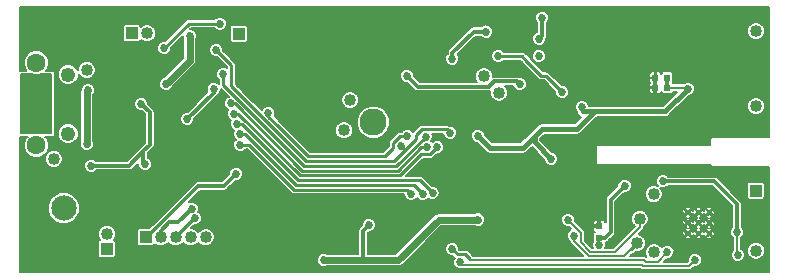
<source format=gbl>
G04 (created by PCBNEW (2013-may-18)-stable) date Sat 28 Jun 2014 08:59:17 PM EDT*
%MOIN*%
G04 Gerber Fmt 3.4, Leading zero omitted, Abs format*
%FSLAX34Y34*%
G01*
G70*
G90*
G04 APERTURE LIST*
%ADD10C,0.00590551*%
%ADD11C,0.04*%
%ADD12R,0.04X0.04*%
%ADD13C,0.0492*%
%ADD14C,0.063*%
%ADD15R,0.019685X0.023622*%
%ADD16R,0.023622X0.019685*%
%ADD17C,0.015748*%
%ADD18C,0.0846457*%
%ADD19C,0.09*%
%ADD20C,0.027*%
%ADD21C,0.014*%
%ADD22C,0.022*%
%ADD23C,0.012*%
%ADD24C,0.018*%
%ADD25C,0.01*%
%ADD26C,0.008*%
%ADD27C,0.007*%
%ADD28C,0.006*%
G04 APERTURE END LIST*
G54D10*
G54D11*
X84494Y-35062D03*
G54D12*
X84494Y-34562D03*
G54D13*
X61571Y-32666D03*
G54D14*
X60508Y-33060D03*
X60508Y-30304D03*
G54D13*
X61571Y-30698D03*
G54D11*
X84496Y-31753D03*
G54D12*
X84496Y-31253D03*
G54D11*
X62860Y-36010D03*
G54D12*
X62860Y-36510D03*
G54D11*
X64195Y-29325D03*
G54D12*
X63695Y-29325D03*
G54D11*
X84500Y-36564D03*
G54D12*
X84500Y-36064D03*
G54D11*
X84492Y-29253D03*
G54D12*
X84492Y-29753D03*
G54D11*
X67760Y-29340D03*
G54D12*
X67260Y-29340D03*
G54D11*
X66650Y-36120D03*
X66150Y-36120D03*
X65150Y-36120D03*
X65650Y-36120D03*
X64650Y-36120D03*
G54D12*
X64150Y-36120D03*
G54D15*
X81138Y-31129D03*
X81531Y-31129D03*
X81138Y-30811D03*
X81531Y-30811D03*
G54D16*
X79272Y-36142D03*
X79272Y-35749D03*
G54D11*
X75928Y-31298D03*
X75426Y-30759D03*
X62185Y-30547D03*
X61089Y-33509D03*
X81081Y-34682D03*
X80618Y-35501D03*
X80535Y-36323D03*
X81102Y-36624D03*
G54D17*
X82225Y-35287D03*
X82225Y-35996D03*
X82934Y-35642D03*
X82580Y-35287D03*
X82580Y-35996D03*
X82225Y-35642D03*
X82934Y-35287D03*
X82580Y-35642D03*
X82934Y-35996D03*
G54D18*
X61417Y-35157D03*
G54D19*
X71743Y-32284D03*
G54D11*
X70763Y-32559D03*
X70972Y-31551D03*
G54D20*
X77270Y-29500D03*
X77370Y-28800D03*
X77256Y-30084D03*
X71590Y-35712D03*
X64133Y-33685D03*
X62338Y-33732D03*
X64007Y-31677D03*
X75244Y-35528D03*
X65540Y-32180D03*
X66420Y-31170D03*
X70086Y-36881D03*
X78699Y-31776D03*
X77672Y-33509D03*
X75219Y-32739D03*
X81396Y-34258D03*
X80114Y-34398D03*
X83858Y-35950D03*
X83892Y-36711D03*
X79266Y-36368D03*
X82227Y-31167D03*
X66984Y-31658D03*
X73539Y-33098D03*
X66627Y-28998D03*
X64771Y-29823D03*
X67095Y-32004D03*
X73872Y-33120D03*
X72661Y-33090D03*
X66504Y-29880D03*
X74301Y-32631D03*
X66744Y-30690D03*
X73480Y-32762D03*
X68244Y-31972D03*
X72872Y-32756D03*
X74373Y-36513D03*
X81545Y-36599D03*
X82452Y-36888D03*
X74641Y-36949D03*
X73713Y-34647D03*
X67199Y-32337D03*
X73382Y-34671D03*
X67293Y-32679D03*
X67311Y-33039D03*
X72998Y-34664D03*
X65688Y-35164D03*
X65787Y-35481D03*
X67171Y-34002D03*
X70354Y-30125D03*
X69381Y-32319D03*
X74484Y-36082D03*
X73688Y-37122D03*
X71944Y-30165D03*
X83643Y-29561D03*
X83160Y-28854D03*
X82824Y-28658D03*
X82138Y-28966D03*
X80990Y-28966D03*
X79573Y-29466D03*
X81876Y-32796D03*
X67752Y-35028D03*
X69591Y-33034D03*
X68791Y-30951D03*
X69012Y-32202D03*
X69943Y-31680D03*
X83602Y-31905D03*
X83818Y-33909D03*
X61228Y-34216D03*
X60173Y-28940D03*
X60204Y-29622D03*
X70913Y-30047D03*
X72720Y-30326D03*
X73192Y-30000D03*
X74180Y-30454D03*
X73724Y-30244D03*
X64622Y-33948D03*
X64188Y-34299D03*
X63732Y-35082D03*
X62929Y-34460D03*
X82980Y-37000D03*
X79413Y-32807D03*
X75870Y-33795D03*
X72712Y-34854D03*
X72673Y-35708D03*
X79897Y-31401D03*
X78027Y-31976D03*
X76614Y-30350D03*
X76980Y-31421D03*
X71874Y-29543D03*
X63129Y-30688D03*
X63562Y-31692D03*
X77007Y-33292D03*
X74781Y-32756D03*
X76407Y-32736D03*
X75843Y-32733D03*
X74133Y-33366D03*
X73425Y-33917D03*
X74527Y-34685D03*
X75866Y-34685D03*
X76692Y-34232D03*
X77362Y-33956D03*
X83001Y-31248D03*
X79009Y-31367D03*
X74199Y-31905D03*
X66752Y-31418D03*
X67276Y-30998D03*
X65976Y-32139D03*
X81063Y-34191D03*
X82158Y-33972D03*
X75216Y-31650D03*
X81345Y-31624D03*
X81291Y-30462D03*
X76775Y-35559D03*
X77913Y-35771D03*
X78782Y-35604D03*
X79335Y-35433D03*
X80055Y-35487D03*
X80564Y-34515D03*
X72858Y-30736D03*
X76614Y-31015D03*
X75510Y-29262D03*
X74376Y-30173D03*
X75909Y-30078D03*
X78039Y-31291D03*
X78233Y-35537D03*
X78423Y-36063D03*
X62185Y-33025D03*
X62230Y-31216D03*
X65620Y-29410D03*
X64841Y-31017D03*
G54D21*
X77270Y-29500D02*
X77370Y-29400D01*
X77370Y-29400D02*
X77370Y-28800D01*
G54D22*
X72259Y-36880D02*
X72564Y-36880D01*
X73916Y-35528D02*
X75244Y-35528D01*
X72564Y-36880D02*
X73916Y-35528D01*
G54D23*
X71397Y-36880D02*
X71397Y-35905D01*
X71397Y-35905D02*
X71590Y-35712D01*
X64078Y-33629D02*
X64078Y-33255D01*
X64133Y-33685D02*
X64078Y-33629D01*
X63602Y-33732D02*
X62338Y-33732D01*
X64291Y-33043D02*
X64078Y-33255D01*
X64078Y-33255D02*
X63602Y-33732D01*
X64291Y-31960D02*
X64291Y-33043D01*
X64007Y-31677D02*
X64291Y-31960D01*
G54D22*
X71397Y-36880D02*
X72259Y-36880D01*
G54D23*
X65540Y-32180D02*
X66420Y-31300D01*
X66420Y-31300D02*
X66420Y-31170D01*
G54D22*
X70086Y-36881D02*
X71397Y-36880D01*
G54D23*
X83858Y-35950D02*
X83858Y-35012D01*
X83858Y-35012D02*
X83104Y-34258D01*
G54D24*
X77360Y-32509D02*
X78537Y-32509D01*
X78537Y-32509D02*
X79127Y-31920D01*
G54D25*
X78714Y-31791D02*
X78714Y-31920D01*
X78699Y-31776D02*
X78714Y-31791D01*
G54D24*
X77300Y-32570D02*
X77360Y-32509D01*
X77121Y-32748D02*
X77300Y-32570D01*
X77300Y-32570D02*
X77350Y-32520D01*
X77121Y-32748D02*
X77121Y-32958D01*
X77121Y-32958D02*
X77672Y-33509D01*
X82227Y-31167D02*
X81474Y-31920D01*
X81474Y-31920D02*
X79127Y-31920D01*
X79127Y-31920D02*
X78714Y-31920D01*
X75630Y-33150D02*
X75219Y-32739D01*
X76720Y-33150D02*
X75630Y-33150D01*
X77121Y-32748D02*
X76720Y-33150D01*
G54D21*
X81531Y-31129D02*
X81531Y-30811D01*
G54D23*
X83104Y-34258D02*
X81396Y-34258D01*
X79272Y-36142D02*
X79458Y-36142D01*
X79458Y-36142D02*
X79646Y-35955D01*
X79646Y-35955D02*
X79646Y-34866D01*
X79646Y-34866D02*
X80114Y-34398D01*
G54D26*
X83858Y-35950D02*
X83858Y-36677D01*
X83858Y-36677D02*
X83892Y-36711D01*
X79272Y-36142D02*
X79272Y-36362D01*
X79272Y-36362D02*
X79266Y-36368D01*
X82189Y-31129D02*
X81531Y-31129D01*
X82227Y-31167D02*
X82189Y-31129D01*
G54D25*
X69874Y-33895D02*
X69362Y-33895D01*
X67125Y-31658D02*
X66984Y-31658D01*
X69362Y-33895D02*
X67125Y-31658D01*
X72573Y-33895D02*
X69874Y-33895D01*
X69874Y-33895D02*
X69862Y-33895D01*
X73344Y-33123D02*
X72573Y-33895D01*
X73513Y-33123D02*
X73344Y-33123D01*
X73539Y-33098D02*
X73513Y-33123D01*
X64771Y-29823D02*
X65596Y-28998D01*
X65596Y-28998D02*
X66627Y-28998D01*
X67245Y-32004D02*
X67095Y-32004D01*
X69296Y-34055D02*
X67245Y-32004D01*
X72639Y-34055D02*
X69296Y-34055D01*
X73335Y-33358D02*
X72639Y-34055D01*
X73633Y-33358D02*
X73335Y-33358D01*
X73872Y-33120D02*
X73633Y-33358D01*
X72791Y-33220D02*
X72795Y-33220D01*
X72661Y-33090D02*
X72791Y-33220D01*
X67000Y-30376D02*
X66504Y-29880D01*
X67000Y-31080D02*
X67000Y-30376D01*
X69495Y-33575D02*
X67000Y-31080D01*
X72440Y-33575D02*
X69495Y-33575D01*
X73172Y-32843D02*
X72795Y-33220D01*
X72795Y-33220D02*
X72440Y-33575D01*
X73172Y-32715D02*
X73172Y-32843D01*
X73377Y-32511D02*
X73172Y-32715D01*
X74181Y-32511D02*
X73377Y-32511D01*
X74301Y-32631D02*
X74181Y-32511D01*
X66744Y-31050D02*
X66744Y-30690D01*
X69428Y-33735D02*
X66744Y-31050D01*
X72506Y-33735D02*
X69428Y-33735D01*
X73480Y-32762D02*
X72506Y-33735D01*
X71259Y-33414D02*
X72128Y-33414D01*
X72637Y-32756D02*
X72872Y-32756D01*
X72411Y-32982D02*
X72637Y-32756D01*
X72411Y-33132D02*
X72411Y-32982D01*
X72128Y-33414D02*
X72411Y-33132D01*
X68244Y-32097D02*
X68549Y-32402D01*
X68244Y-31972D02*
X68244Y-32097D01*
X69561Y-33414D02*
X68549Y-32402D01*
X71259Y-33414D02*
X69561Y-33414D01*
X74973Y-36852D02*
X74973Y-36853D01*
X74972Y-36852D02*
X74973Y-36852D01*
X74812Y-36692D02*
X74972Y-36852D01*
X74552Y-36692D02*
X74812Y-36692D01*
X74373Y-36513D02*
X74552Y-36692D01*
G54D26*
X75010Y-36890D02*
X74973Y-36853D01*
X80774Y-36890D02*
X75010Y-36890D01*
X80814Y-36930D02*
X80774Y-36890D01*
X81232Y-36930D02*
X80814Y-36930D01*
X81545Y-36617D02*
X81232Y-36930D01*
X81545Y-36599D02*
X81545Y-36617D01*
X74722Y-37030D02*
X74952Y-37030D01*
X82452Y-36888D02*
X82269Y-37070D01*
X82269Y-37070D02*
X80735Y-37070D01*
X80735Y-37070D02*
X80696Y-37030D01*
X80696Y-37030D02*
X74952Y-37030D01*
X74641Y-36949D02*
X74722Y-37030D01*
G54D25*
X72114Y-34215D02*
X73281Y-34215D01*
X73281Y-34215D02*
X73713Y-34647D01*
X69229Y-34215D02*
X72114Y-34215D01*
X67351Y-32337D02*
X69229Y-34215D01*
X67320Y-32337D02*
X67351Y-32337D01*
X67199Y-32337D02*
X67320Y-32337D01*
X73086Y-34375D02*
X73382Y-34671D01*
X69163Y-34375D02*
X73086Y-34375D01*
X67467Y-32679D02*
X69163Y-34375D01*
X67293Y-32679D02*
X67467Y-32679D01*
X67601Y-33039D02*
X67311Y-33039D01*
X69097Y-34535D02*
X67601Y-33039D01*
X72869Y-34535D02*
X69097Y-34535D01*
X72998Y-34664D02*
X72869Y-34535D01*
G54D23*
X64650Y-35920D02*
X64650Y-36120D01*
X64944Y-35626D02*
X64650Y-35920D01*
X65225Y-35626D02*
X64944Y-35626D01*
X65688Y-35164D02*
X65225Y-35626D01*
X65150Y-36118D02*
X65150Y-36120D01*
X65787Y-35481D02*
X65150Y-36118D01*
X65904Y-34411D02*
X66762Y-34411D01*
X66762Y-34411D02*
X67171Y-34002D01*
X64150Y-36120D02*
X64195Y-36120D01*
X64195Y-36120D02*
X65904Y-34411D01*
X70200Y-30279D02*
X70354Y-30125D01*
G54D25*
X74484Y-36082D02*
X74248Y-36082D01*
X73688Y-36641D02*
X73688Y-37122D01*
X74248Y-36082D02*
X73688Y-36641D01*
G54D21*
X83643Y-29561D02*
X83160Y-29078D01*
X83160Y-29078D02*
X83160Y-28854D01*
X82824Y-28658D02*
X82516Y-28966D01*
X82516Y-28966D02*
X82138Y-28966D01*
X79573Y-29466D02*
X80073Y-28966D01*
X80073Y-28966D02*
X80990Y-28966D01*
G54D23*
X81876Y-32796D02*
X81874Y-32796D01*
G54D25*
X68791Y-30951D02*
X68791Y-31981D01*
X68791Y-31981D02*
X69012Y-32202D01*
G54D23*
X84494Y-35062D02*
X84231Y-35062D01*
X83818Y-34649D02*
X83818Y-33909D01*
X84231Y-35062D02*
X83818Y-34649D01*
X60173Y-29590D02*
X60173Y-28940D01*
X60204Y-29622D02*
X60173Y-29590D01*
X71944Y-30165D02*
X71031Y-30165D01*
X71031Y-30165D02*
X70913Y-30047D01*
X73724Y-30244D02*
X73437Y-30244D01*
X73437Y-30244D02*
X73192Y-30000D01*
X74180Y-30454D02*
X73934Y-30454D01*
X73934Y-30454D02*
X73724Y-30244D01*
G54D21*
X64539Y-33948D02*
X64622Y-33948D01*
X64188Y-34299D02*
X64539Y-33948D01*
X63551Y-35082D02*
X63732Y-35082D01*
X62929Y-34460D02*
X63551Y-35082D01*
X73425Y-33917D02*
X75748Y-33917D01*
X75748Y-33917D02*
X75870Y-33795D01*
X72712Y-35669D02*
X72712Y-34854D01*
X72673Y-35708D02*
X72712Y-35669D01*
G54D23*
X76614Y-30350D02*
X76704Y-30350D01*
G54D24*
X77472Y-31421D02*
X78027Y-31976D01*
X76980Y-31421D02*
X77472Y-31421D01*
G54D23*
X77255Y-31145D02*
X76980Y-31421D01*
X77255Y-30901D02*
X77255Y-31145D01*
X76704Y-30350D02*
X77255Y-30901D01*
G54D27*
X71944Y-29614D02*
X71944Y-30165D01*
X71874Y-29543D02*
X71944Y-29614D01*
G54D23*
X74781Y-32756D02*
X74781Y-32682D01*
X75483Y-32373D02*
X75843Y-32733D01*
X75090Y-32373D02*
X75483Y-32373D01*
X74781Y-32682D02*
X75090Y-32373D01*
X73976Y-33366D02*
X74133Y-33366D01*
X73425Y-33917D02*
X73976Y-33366D01*
X75866Y-34685D02*
X74527Y-34685D01*
X77086Y-34232D02*
X76692Y-34232D01*
X77362Y-33956D02*
X77086Y-34232D01*
G54D25*
X66752Y-31418D02*
X66697Y-31418D01*
X66697Y-31418D02*
X65976Y-32139D01*
G54D23*
X81138Y-31129D02*
X81138Y-31417D01*
X81138Y-31417D02*
X81345Y-31624D01*
X81138Y-30811D02*
X81138Y-31129D01*
G54D26*
X81138Y-30811D02*
X81138Y-30614D01*
X81138Y-30614D02*
X81291Y-30462D01*
G54D23*
X77913Y-35771D02*
X76987Y-35771D01*
X76987Y-35771D02*
X76775Y-35559D01*
X79272Y-35749D02*
X78927Y-35749D01*
X78927Y-35749D02*
X78782Y-35604D01*
X79272Y-35749D02*
X79272Y-35496D01*
X79272Y-35496D02*
X79335Y-35433D01*
X80055Y-35024D02*
X80055Y-35487D01*
X80564Y-34515D02*
X80055Y-35024D01*
X73220Y-31098D02*
X72858Y-30736D01*
X75594Y-31098D02*
X73220Y-31098D01*
X75771Y-30921D02*
X75594Y-31098D01*
X76519Y-30921D02*
X75771Y-30921D01*
X76614Y-31015D02*
X76519Y-30921D01*
X74376Y-30173D02*
X74376Y-29970D01*
X74376Y-29970D02*
X75084Y-29262D01*
X75084Y-29262D02*
X75510Y-29262D01*
G54D21*
X75084Y-29262D02*
X75510Y-29262D01*
G54D25*
X76692Y-30078D02*
X75909Y-30078D01*
X76842Y-30228D02*
X76692Y-30078D01*
X76842Y-30247D02*
X76842Y-30228D01*
X77330Y-30736D02*
X76842Y-30247D01*
X77484Y-30736D02*
X77330Y-30736D01*
X78039Y-31291D02*
X77484Y-30736D01*
G54D26*
X80618Y-35791D02*
X80618Y-35501D01*
X79799Y-36609D02*
X80618Y-35791D01*
X78978Y-36609D02*
X79799Y-36609D01*
X78661Y-36292D02*
X78978Y-36609D01*
X78661Y-35965D02*
X78661Y-36292D01*
X78233Y-35537D02*
X78661Y-35965D01*
X80535Y-36323D02*
X80108Y-36750D01*
X78423Y-36252D02*
X78423Y-36063D01*
X78921Y-36750D02*
X78423Y-36252D01*
X80108Y-36750D02*
X78921Y-36750D01*
G54D27*
X80352Y-36540D02*
X80535Y-36357D01*
X80535Y-36357D02*
X80535Y-36323D01*
X80352Y-36540D02*
X80379Y-36513D01*
G54D22*
X62185Y-33025D02*
X62185Y-31261D01*
X62185Y-31261D02*
X62230Y-31216D01*
G54D23*
X62230Y-31216D02*
X62185Y-31261D01*
G54D22*
X65620Y-30238D02*
X65620Y-29410D01*
X64841Y-31017D02*
X65620Y-30238D01*
G54D10*
G36*
X84933Y-37291D02*
X84800Y-37291D01*
X84800Y-36505D01*
X84794Y-36490D01*
X84794Y-34742D01*
X84794Y-34342D01*
X84778Y-34305D01*
X84750Y-34277D01*
X84713Y-34262D01*
X84674Y-34261D01*
X84274Y-34261D01*
X84237Y-34277D01*
X84209Y-34305D01*
X84194Y-34342D01*
X84193Y-34381D01*
X84193Y-34781D01*
X84209Y-34818D01*
X84237Y-34846D01*
X84274Y-34861D01*
X84313Y-34862D01*
X84713Y-34862D01*
X84750Y-34846D01*
X84778Y-34818D01*
X84793Y-34781D01*
X84794Y-34742D01*
X84794Y-36490D01*
X84754Y-36395D01*
X84670Y-36310D01*
X84559Y-36265D01*
X84440Y-36264D01*
X84330Y-36310D01*
X84245Y-36394D01*
X84200Y-36505D01*
X84199Y-36624D01*
X84245Y-36734D01*
X84329Y-36819D01*
X84440Y-36864D01*
X84559Y-36865D01*
X84669Y-36819D01*
X84754Y-36735D01*
X84799Y-36624D01*
X84800Y-36505D01*
X84800Y-37291D01*
X84127Y-37291D01*
X84127Y-36664D01*
X84091Y-36578D01*
X84025Y-36511D01*
X83998Y-36500D01*
X83998Y-36142D01*
X84057Y-36083D01*
X84092Y-35996D01*
X84093Y-35903D01*
X84057Y-35817D01*
X84018Y-35777D01*
X84018Y-35012D01*
X84005Y-34950D01*
X83971Y-34898D01*
X83217Y-34144D01*
X83165Y-34110D01*
X83104Y-34098D01*
X81568Y-34098D01*
X81529Y-34058D01*
X81442Y-34023D01*
X81349Y-34022D01*
X81263Y-34058D01*
X81196Y-34124D01*
X81161Y-34211D01*
X81160Y-34304D01*
X81196Y-34390D01*
X81220Y-34415D01*
X81140Y-34382D01*
X81021Y-34381D01*
X80911Y-34427D01*
X80826Y-34511D01*
X80781Y-34622D01*
X80780Y-34741D01*
X80826Y-34851D01*
X80910Y-34936D01*
X81021Y-34981D01*
X81140Y-34982D01*
X81250Y-34936D01*
X81335Y-34852D01*
X81380Y-34741D01*
X81381Y-34622D01*
X81335Y-34512D01*
X81292Y-34469D01*
X81349Y-34492D01*
X81442Y-34493D01*
X81528Y-34457D01*
X81568Y-34418D01*
X83037Y-34418D01*
X83698Y-35078D01*
X83698Y-35777D01*
X83658Y-35816D01*
X83623Y-35903D01*
X83622Y-35996D01*
X83658Y-36082D01*
X83718Y-36142D01*
X83718Y-36552D01*
X83692Y-36577D01*
X83657Y-36664D01*
X83656Y-36757D01*
X83692Y-36843D01*
X83758Y-36910D01*
X83845Y-36945D01*
X83938Y-36946D01*
X84024Y-36910D01*
X84091Y-36844D01*
X84126Y-36757D01*
X84127Y-36664D01*
X84127Y-37291D01*
X83114Y-37291D01*
X83114Y-36024D01*
X83114Y-35669D01*
X83114Y-35315D01*
X83111Y-35244D01*
X83090Y-35193D01*
X83055Y-35187D01*
X83034Y-35208D01*
X83034Y-35166D01*
X83028Y-35131D01*
X82962Y-35107D01*
X82891Y-35110D01*
X82839Y-35131D01*
X82834Y-35166D01*
X82934Y-35266D01*
X83034Y-35166D01*
X83034Y-35208D01*
X82955Y-35287D01*
X83055Y-35387D01*
X83090Y-35382D01*
X83114Y-35315D01*
X83114Y-35669D01*
X83111Y-35598D01*
X83090Y-35547D01*
X83055Y-35541D01*
X83034Y-35563D01*
X83034Y-35520D01*
X83028Y-35486D01*
X82970Y-35465D01*
X82977Y-35464D01*
X83028Y-35443D01*
X83034Y-35408D01*
X82934Y-35308D01*
X82913Y-35330D01*
X82913Y-35287D01*
X82813Y-35187D01*
X82778Y-35193D01*
X82757Y-35251D01*
X82757Y-35244D01*
X82735Y-35193D01*
X82701Y-35187D01*
X82680Y-35208D01*
X82680Y-35166D01*
X82674Y-35131D01*
X82607Y-35107D01*
X82536Y-35110D01*
X82485Y-35131D01*
X82479Y-35166D01*
X82580Y-35266D01*
X82680Y-35166D01*
X82680Y-35208D01*
X82601Y-35287D01*
X82701Y-35387D01*
X82735Y-35382D01*
X82756Y-35324D01*
X82757Y-35330D01*
X82778Y-35382D01*
X82813Y-35387D01*
X82913Y-35287D01*
X82913Y-35330D01*
X82834Y-35408D01*
X82839Y-35443D01*
X82897Y-35464D01*
X82891Y-35464D01*
X82839Y-35486D01*
X82834Y-35520D01*
X82934Y-35620D01*
X83034Y-35520D01*
X83034Y-35563D01*
X82955Y-35642D01*
X83055Y-35742D01*
X83090Y-35736D01*
X83114Y-35669D01*
X83114Y-36024D01*
X83111Y-35953D01*
X83090Y-35901D01*
X83055Y-35896D01*
X83034Y-35917D01*
X83034Y-35875D01*
X83028Y-35840D01*
X82970Y-35819D01*
X82977Y-35819D01*
X83028Y-35797D01*
X83034Y-35763D01*
X82934Y-35663D01*
X82913Y-35684D01*
X82913Y-35642D01*
X82813Y-35541D01*
X82778Y-35547D01*
X82757Y-35605D01*
X82757Y-35598D01*
X82735Y-35547D01*
X82701Y-35541D01*
X82680Y-35563D01*
X82680Y-35520D01*
X82674Y-35486D01*
X82616Y-35465D01*
X82623Y-35464D01*
X82674Y-35443D01*
X82680Y-35408D01*
X82580Y-35308D01*
X82558Y-35330D01*
X82558Y-35287D01*
X82458Y-35187D01*
X82424Y-35193D01*
X82403Y-35251D01*
X82402Y-35244D01*
X82381Y-35193D01*
X82346Y-35187D01*
X82325Y-35208D01*
X82325Y-35166D01*
X82320Y-35131D01*
X82253Y-35107D01*
X82182Y-35110D01*
X82131Y-35131D01*
X82125Y-35166D01*
X82225Y-35266D01*
X82325Y-35166D01*
X82325Y-35208D01*
X82246Y-35287D01*
X82346Y-35387D01*
X82381Y-35382D01*
X82402Y-35324D01*
X82402Y-35330D01*
X82424Y-35382D01*
X82458Y-35387D01*
X82558Y-35287D01*
X82558Y-35330D01*
X82479Y-35408D01*
X82485Y-35443D01*
X82543Y-35464D01*
X82536Y-35464D01*
X82485Y-35486D01*
X82479Y-35520D01*
X82580Y-35620D01*
X82680Y-35520D01*
X82680Y-35563D01*
X82601Y-35642D01*
X82701Y-35742D01*
X82735Y-35736D01*
X82756Y-35678D01*
X82757Y-35685D01*
X82778Y-35736D01*
X82813Y-35742D01*
X82913Y-35642D01*
X82913Y-35684D01*
X82834Y-35763D01*
X82839Y-35797D01*
X82897Y-35818D01*
X82891Y-35819D01*
X82839Y-35840D01*
X82834Y-35875D01*
X82934Y-35975D01*
X83034Y-35875D01*
X83034Y-35917D01*
X82955Y-35996D01*
X83055Y-36096D01*
X83090Y-36090D01*
X83114Y-36024D01*
X83114Y-37291D01*
X83034Y-37291D01*
X83034Y-36117D01*
X82934Y-36017D01*
X82913Y-36038D01*
X82913Y-35996D01*
X82813Y-35896D01*
X82778Y-35901D01*
X82757Y-35959D01*
X82757Y-35953D01*
X82735Y-35901D01*
X82701Y-35896D01*
X82680Y-35917D01*
X82680Y-35875D01*
X82674Y-35840D01*
X82616Y-35819D01*
X82623Y-35819D01*
X82674Y-35797D01*
X82680Y-35763D01*
X82580Y-35663D01*
X82558Y-35684D01*
X82558Y-35642D01*
X82458Y-35541D01*
X82424Y-35547D01*
X82403Y-35605D01*
X82402Y-35598D01*
X82381Y-35547D01*
X82346Y-35541D01*
X82325Y-35563D01*
X82325Y-35520D01*
X82320Y-35486D01*
X82262Y-35465D01*
X82268Y-35464D01*
X82320Y-35443D01*
X82325Y-35408D01*
X82225Y-35308D01*
X82204Y-35330D01*
X82204Y-35287D01*
X82104Y-35187D01*
X82069Y-35193D01*
X82045Y-35259D01*
X82048Y-35330D01*
X82069Y-35382D01*
X82104Y-35387D01*
X82204Y-35287D01*
X82204Y-35330D01*
X82125Y-35408D01*
X82131Y-35443D01*
X82189Y-35464D01*
X82182Y-35464D01*
X82131Y-35486D01*
X82125Y-35520D01*
X82225Y-35620D01*
X82325Y-35520D01*
X82325Y-35563D01*
X82246Y-35642D01*
X82346Y-35742D01*
X82381Y-35736D01*
X82402Y-35678D01*
X82402Y-35685D01*
X82424Y-35736D01*
X82458Y-35742D01*
X82558Y-35642D01*
X82558Y-35684D01*
X82479Y-35763D01*
X82485Y-35797D01*
X82543Y-35818D01*
X82536Y-35819D01*
X82485Y-35840D01*
X82479Y-35875D01*
X82580Y-35975D01*
X82680Y-35875D01*
X82680Y-35917D01*
X82601Y-35996D01*
X82701Y-36096D01*
X82735Y-36090D01*
X82756Y-36032D01*
X82757Y-36039D01*
X82778Y-36090D01*
X82813Y-36096D01*
X82913Y-35996D01*
X82913Y-36038D01*
X82834Y-36117D01*
X82839Y-36152D01*
X82906Y-36176D01*
X82977Y-36173D01*
X83028Y-36152D01*
X83034Y-36117D01*
X83034Y-37291D01*
X82687Y-37291D01*
X82687Y-36841D01*
X82680Y-36824D01*
X82680Y-36117D01*
X82580Y-36017D01*
X82558Y-36038D01*
X82558Y-35996D01*
X82458Y-35896D01*
X82424Y-35901D01*
X82403Y-35959D01*
X82402Y-35953D01*
X82381Y-35901D01*
X82346Y-35896D01*
X82325Y-35917D01*
X82325Y-35875D01*
X82320Y-35840D01*
X82262Y-35819D01*
X82268Y-35819D01*
X82320Y-35797D01*
X82325Y-35763D01*
X82225Y-35663D01*
X82204Y-35684D01*
X82204Y-35642D01*
X82104Y-35541D01*
X82069Y-35547D01*
X82045Y-35614D01*
X82048Y-35685D01*
X82069Y-35736D01*
X82104Y-35742D01*
X82204Y-35642D01*
X82204Y-35684D01*
X82125Y-35763D01*
X82131Y-35797D01*
X82189Y-35818D01*
X82182Y-35819D01*
X82131Y-35840D01*
X82125Y-35875D01*
X82225Y-35975D01*
X82325Y-35875D01*
X82325Y-35917D01*
X82246Y-35996D01*
X82346Y-36096D01*
X82381Y-36090D01*
X82402Y-36032D01*
X82402Y-36039D01*
X82424Y-36090D01*
X82458Y-36096D01*
X82558Y-35996D01*
X82558Y-36038D01*
X82479Y-36117D01*
X82485Y-36152D01*
X82552Y-36176D01*
X82623Y-36173D01*
X82674Y-36152D01*
X82680Y-36117D01*
X82680Y-36824D01*
X82651Y-36755D01*
X82585Y-36688D01*
X82498Y-36653D01*
X82405Y-36652D01*
X82325Y-36685D01*
X82325Y-36117D01*
X82225Y-36017D01*
X82204Y-36038D01*
X82204Y-35996D01*
X82104Y-35896D01*
X82069Y-35901D01*
X82045Y-35968D01*
X82048Y-36039D01*
X82069Y-36090D01*
X82104Y-36096D01*
X82204Y-35996D01*
X82204Y-36038D01*
X82125Y-36117D01*
X82131Y-36152D01*
X82197Y-36176D01*
X82268Y-36173D01*
X82320Y-36152D01*
X82325Y-36117D01*
X82325Y-36685D01*
X82319Y-36688D01*
X82252Y-36754D01*
X82217Y-36841D01*
X82216Y-36925D01*
X82212Y-36930D01*
X81429Y-36930D01*
X81526Y-36833D01*
X81591Y-36834D01*
X81677Y-36798D01*
X81744Y-36732D01*
X81779Y-36645D01*
X81780Y-36552D01*
X81744Y-36466D01*
X81678Y-36399D01*
X81591Y-36364D01*
X81498Y-36363D01*
X81412Y-36399D01*
X81356Y-36454D01*
X81356Y-36454D01*
X81272Y-36369D01*
X81161Y-36324D01*
X81042Y-36323D01*
X80932Y-36369D01*
X80847Y-36453D01*
X80802Y-36564D01*
X80801Y-36683D01*
X80836Y-36766D01*
X80827Y-36760D01*
X80774Y-36750D01*
X80305Y-36750D01*
X80388Y-36667D01*
X80403Y-36664D01*
X80447Y-36635D01*
X80464Y-36618D01*
X80464Y-36618D01*
X80475Y-36622D01*
X80594Y-36623D01*
X80704Y-36577D01*
X80789Y-36493D01*
X80834Y-36382D01*
X80835Y-36263D01*
X80789Y-36153D01*
X80705Y-36068D01*
X80594Y-36023D01*
X80583Y-36023D01*
X80716Y-35889D01*
X80747Y-35844D01*
X80747Y-35844D01*
X80758Y-35791D01*
X80758Y-35767D01*
X80787Y-35755D01*
X80872Y-35671D01*
X80917Y-35560D01*
X80918Y-35441D01*
X80872Y-35331D01*
X80788Y-35246D01*
X80677Y-35201D01*
X80558Y-35200D01*
X80448Y-35246D01*
X80363Y-35330D01*
X80318Y-35441D01*
X80317Y-35560D01*
X80363Y-35670D01*
X80447Y-35755D01*
X80453Y-35757D01*
X79741Y-36469D01*
X79478Y-36469D01*
X79500Y-36414D01*
X79501Y-36321D01*
X79490Y-36296D01*
X79519Y-36290D01*
X79519Y-36290D01*
X79571Y-36255D01*
X79759Y-36068D01*
X79759Y-36068D01*
X79793Y-36016D01*
X79805Y-35955D01*
X79806Y-35955D01*
X79806Y-34932D01*
X80105Y-34632D01*
X80160Y-34633D01*
X80246Y-34597D01*
X80313Y-34531D01*
X80348Y-34444D01*
X80349Y-34351D01*
X80313Y-34265D01*
X80247Y-34198D01*
X80160Y-34163D01*
X80067Y-34162D01*
X79981Y-34198D01*
X79914Y-34264D01*
X79879Y-34351D01*
X79878Y-34406D01*
X79532Y-34752D01*
X79498Y-34804D01*
X79486Y-34866D01*
X79486Y-35620D01*
X79474Y-35594D01*
X79446Y-35565D01*
X79410Y-35550D01*
X79370Y-35550D01*
X79312Y-35550D01*
X79287Y-35575D01*
X79287Y-35734D01*
X79294Y-35734D01*
X79294Y-35764D01*
X79287Y-35764D01*
X79287Y-35772D01*
X79257Y-35772D01*
X79257Y-35764D01*
X79257Y-35734D01*
X79257Y-35575D01*
X79232Y-35550D01*
X79173Y-35550D01*
X79133Y-35550D01*
X79097Y-35565D01*
X79069Y-35594D01*
X79053Y-35630D01*
X79053Y-35709D01*
X79078Y-35734D01*
X79257Y-35734D01*
X79257Y-35764D01*
X79078Y-35764D01*
X79053Y-35789D01*
X79053Y-35867D01*
X79069Y-35904D01*
X79097Y-35932D01*
X79130Y-35946D01*
X79097Y-35959D01*
X79069Y-35987D01*
X79053Y-36024D01*
X79053Y-36064D01*
X79053Y-36261D01*
X79054Y-36263D01*
X79031Y-36321D01*
X79030Y-36414D01*
X79053Y-36469D01*
X79036Y-36469D01*
X78801Y-36234D01*
X78801Y-35965D01*
X78800Y-35964D01*
X78790Y-35911D01*
X78790Y-35911D01*
X78780Y-35896D01*
X78759Y-35866D01*
X78759Y-35866D01*
X78467Y-35573D01*
X78468Y-35490D01*
X78432Y-35404D01*
X78366Y-35337D01*
X78279Y-35302D01*
X78186Y-35301D01*
X78100Y-35337D01*
X78033Y-35403D01*
X77998Y-35490D01*
X77997Y-35583D01*
X78033Y-35669D01*
X78099Y-35736D01*
X78186Y-35771D01*
X78270Y-35772D01*
X78340Y-35842D01*
X78290Y-35863D01*
X78223Y-35929D01*
X78188Y-36016D01*
X78187Y-36109D01*
X78223Y-36195D01*
X78283Y-36256D01*
X78293Y-36305D01*
X78324Y-36350D01*
X78723Y-36750D01*
X75479Y-36750D01*
X75479Y-35481D01*
X75443Y-35395D01*
X75377Y-35328D01*
X75290Y-35293D01*
X75197Y-35292D01*
X75136Y-35318D01*
X74536Y-35318D01*
X74536Y-32584D01*
X74500Y-32498D01*
X74434Y-32431D01*
X74347Y-32396D01*
X74273Y-32395D01*
X74238Y-32372D01*
X74181Y-32361D01*
X73377Y-32361D01*
X73376Y-32361D01*
X73365Y-32363D01*
X73319Y-32372D01*
X73270Y-32404D01*
X73270Y-32404D01*
X73066Y-32609D01*
X73062Y-32614D01*
X73005Y-32556D01*
X72918Y-32521D01*
X72825Y-32520D01*
X72739Y-32556D01*
X72689Y-32606D01*
X72637Y-32606D01*
X72579Y-32617D01*
X72530Y-32649D01*
X72304Y-32875D01*
X72293Y-32893D01*
X72293Y-32175D01*
X72209Y-31972D01*
X72054Y-31818D01*
X71852Y-31734D01*
X71634Y-31733D01*
X71431Y-31817D01*
X71277Y-31972D01*
X71272Y-31982D01*
X71272Y-31491D01*
X71226Y-31381D01*
X71142Y-31297D01*
X71032Y-31251D01*
X70913Y-31251D01*
X70802Y-31296D01*
X70718Y-31381D01*
X70672Y-31491D01*
X70672Y-31610D01*
X70717Y-31720D01*
X70802Y-31805D01*
X70912Y-31851D01*
X71031Y-31851D01*
X71142Y-31805D01*
X71226Y-31721D01*
X71272Y-31611D01*
X71272Y-31491D01*
X71272Y-31982D01*
X71193Y-32174D01*
X71192Y-32392D01*
X71276Y-32595D01*
X71431Y-32749D01*
X71633Y-32833D01*
X71851Y-32834D01*
X72054Y-32750D01*
X72208Y-32595D01*
X72292Y-32393D01*
X72293Y-32175D01*
X72293Y-32893D01*
X72272Y-32924D01*
X72261Y-32982D01*
X72261Y-33069D01*
X72065Y-33264D01*
X71259Y-33264D01*
X71063Y-33264D01*
X71063Y-32499D01*
X71018Y-32389D01*
X70933Y-32304D01*
X70823Y-32259D01*
X70704Y-32259D01*
X70594Y-32304D01*
X70509Y-32388D01*
X70463Y-32499D01*
X70463Y-32618D01*
X70509Y-32728D01*
X70593Y-32813D01*
X70703Y-32859D01*
X70823Y-32859D01*
X70933Y-32813D01*
X71017Y-32729D01*
X71063Y-32618D01*
X71063Y-32499D01*
X71063Y-33264D01*
X69623Y-33264D01*
X68655Y-32296D01*
X68449Y-32090D01*
X68478Y-32018D01*
X68479Y-31925D01*
X68443Y-31839D01*
X68377Y-31772D01*
X68290Y-31737D01*
X68197Y-31736D01*
X68111Y-31772D01*
X68044Y-31838D01*
X68023Y-31891D01*
X67560Y-31427D01*
X67560Y-29520D01*
X67560Y-29120D01*
X67544Y-29083D01*
X67516Y-29055D01*
X67479Y-29040D01*
X67440Y-29039D01*
X67040Y-29039D01*
X67003Y-29055D01*
X66975Y-29083D01*
X66960Y-29120D01*
X66959Y-29159D01*
X66959Y-29559D01*
X66975Y-29596D01*
X67003Y-29624D01*
X67040Y-29639D01*
X67079Y-29640D01*
X67479Y-29640D01*
X67516Y-29624D01*
X67544Y-29596D01*
X67559Y-29559D01*
X67560Y-29520D01*
X67560Y-31427D01*
X67150Y-31017D01*
X67150Y-30376D01*
X67149Y-30375D01*
X67150Y-30375D01*
X67147Y-30364D01*
X67138Y-30318D01*
X67138Y-30318D01*
X67106Y-30269D01*
X67106Y-30269D01*
X66862Y-30025D01*
X66862Y-28951D01*
X66826Y-28865D01*
X66760Y-28798D01*
X66673Y-28763D01*
X66580Y-28762D01*
X66494Y-28798D01*
X66444Y-28848D01*
X65596Y-28848D01*
X65596Y-28848D01*
X65585Y-28850D01*
X65539Y-28859D01*
X65490Y-28891D01*
X65490Y-28891D01*
X64793Y-29588D01*
X64724Y-29588D01*
X64638Y-29624D01*
X64571Y-29690D01*
X64536Y-29776D01*
X64535Y-29870D01*
X64571Y-29956D01*
X64637Y-30022D01*
X64724Y-30058D01*
X64817Y-30058D01*
X64903Y-30022D01*
X64970Y-29956D01*
X65005Y-29870D01*
X65006Y-29800D01*
X65384Y-29421D01*
X65384Y-29456D01*
X65410Y-29517D01*
X65410Y-30151D01*
X64768Y-30792D01*
X64708Y-30817D01*
X64641Y-30883D01*
X64606Y-30970D01*
X64605Y-31063D01*
X64641Y-31149D01*
X64707Y-31216D01*
X64794Y-31251D01*
X64887Y-31252D01*
X64973Y-31216D01*
X65040Y-31150D01*
X65065Y-31089D01*
X65768Y-30386D01*
X65768Y-30386D01*
X65768Y-30386D01*
X65814Y-30318D01*
X65814Y-30318D01*
X65826Y-30253D01*
X65830Y-30238D01*
X65829Y-30238D01*
X65830Y-30238D01*
X65830Y-29517D01*
X65854Y-29456D01*
X65855Y-29363D01*
X65819Y-29277D01*
X65753Y-29210D01*
X65666Y-29175D01*
X65631Y-29175D01*
X65658Y-29148D01*
X66444Y-29148D01*
X66493Y-29197D01*
X66580Y-29232D01*
X66673Y-29233D01*
X66759Y-29197D01*
X66826Y-29131D01*
X66861Y-29044D01*
X66862Y-28951D01*
X66862Y-30025D01*
X66738Y-29902D01*
X66739Y-29833D01*
X66703Y-29747D01*
X66637Y-29680D01*
X66550Y-29645D01*
X66457Y-29644D01*
X66371Y-29680D01*
X66304Y-29746D01*
X66269Y-29833D01*
X66268Y-29926D01*
X66304Y-30012D01*
X66370Y-30079D01*
X66457Y-30114D01*
X66526Y-30115D01*
X66850Y-30438D01*
X66850Y-30479D01*
X66790Y-30455D01*
X66697Y-30454D01*
X66611Y-30490D01*
X66544Y-30556D01*
X66509Y-30643D01*
X66508Y-30736D01*
X66544Y-30822D01*
X66594Y-30872D01*
X66594Y-31011D01*
X66553Y-30970D01*
X66466Y-30935D01*
X66373Y-30934D01*
X66287Y-30970D01*
X66220Y-31036D01*
X66185Y-31123D01*
X66184Y-31216D01*
X66211Y-31281D01*
X65548Y-31945D01*
X65493Y-31944D01*
X65407Y-31980D01*
X65340Y-32046D01*
X65305Y-32133D01*
X65304Y-32226D01*
X65340Y-32312D01*
X65406Y-32379D01*
X65493Y-32414D01*
X65586Y-32415D01*
X65672Y-32379D01*
X65739Y-32313D01*
X65774Y-32226D01*
X65775Y-32171D01*
X66533Y-31413D01*
X66567Y-31361D01*
X66569Y-31352D01*
X66619Y-31303D01*
X66654Y-31216D01*
X66654Y-31173D01*
X66914Y-31432D01*
X66851Y-31458D01*
X66784Y-31524D01*
X66749Y-31611D01*
X66748Y-31704D01*
X66784Y-31790D01*
X66850Y-31857D01*
X66894Y-31875D01*
X66860Y-31957D01*
X66859Y-32050D01*
X66895Y-32136D01*
X66961Y-32203D01*
X66994Y-32216D01*
X66964Y-32290D01*
X66963Y-32383D01*
X66999Y-32469D01*
X67065Y-32536D01*
X67093Y-32547D01*
X67058Y-32632D01*
X67057Y-32725D01*
X67093Y-32811D01*
X67149Y-32868D01*
X67111Y-32905D01*
X67076Y-32992D01*
X67075Y-33085D01*
X67111Y-33171D01*
X67177Y-33238D01*
X67264Y-33273D01*
X67357Y-33274D01*
X67443Y-33238D01*
X67493Y-33189D01*
X67539Y-33189D01*
X68991Y-34641D01*
X69039Y-34673D01*
X69039Y-34673D01*
X69097Y-34685D01*
X72762Y-34685D01*
X72762Y-34710D01*
X72798Y-34796D01*
X72864Y-34863D01*
X72951Y-34898D01*
X73044Y-34899D01*
X73130Y-34863D01*
X73186Y-34807D01*
X73248Y-34870D01*
X73335Y-34905D01*
X73428Y-34906D01*
X73514Y-34870D01*
X73559Y-34825D01*
X73579Y-34846D01*
X73666Y-34881D01*
X73759Y-34882D01*
X73845Y-34846D01*
X73912Y-34780D01*
X73947Y-34693D01*
X73948Y-34600D01*
X73912Y-34514D01*
X73846Y-34447D01*
X73759Y-34412D01*
X73690Y-34411D01*
X73387Y-34108D01*
X73338Y-34076D01*
X73281Y-34065D01*
X72841Y-34065D01*
X73397Y-33508D01*
X73633Y-33508D01*
X73690Y-33497D01*
X73690Y-33497D01*
X73739Y-33464D01*
X73849Y-33354D01*
X73918Y-33355D01*
X74004Y-33319D01*
X74071Y-33253D01*
X74106Y-33166D01*
X74107Y-33073D01*
X74071Y-32987D01*
X74005Y-32920D01*
X73918Y-32885D01*
X73825Y-32884D01*
X73739Y-32920D01*
X73716Y-32943D01*
X73673Y-32900D01*
X73679Y-32895D01*
X73714Y-32808D01*
X73715Y-32715D01*
X73692Y-32661D01*
X74065Y-32661D01*
X74065Y-32677D01*
X74101Y-32763D01*
X74167Y-32830D01*
X74254Y-32865D01*
X74347Y-32866D01*
X74433Y-32830D01*
X74500Y-32764D01*
X74535Y-32677D01*
X74536Y-32584D01*
X74536Y-35318D01*
X73916Y-35318D01*
X73836Y-35333D01*
X73768Y-35379D01*
X73768Y-35379D01*
X72477Y-36670D01*
X72259Y-36670D01*
X71557Y-36670D01*
X71557Y-35971D01*
X71581Y-35947D01*
X71637Y-35947D01*
X71723Y-35911D01*
X71789Y-35845D01*
X71825Y-35759D01*
X71825Y-35666D01*
X71789Y-35579D01*
X71723Y-35513D01*
X71637Y-35477D01*
X71544Y-35477D01*
X71457Y-35513D01*
X71391Y-35579D01*
X71355Y-35665D01*
X71355Y-35721D01*
X71284Y-35792D01*
X71249Y-35844D01*
X71237Y-35905D01*
X71237Y-36669D01*
X70193Y-36671D01*
X70133Y-36646D01*
X70040Y-36646D01*
X69953Y-36682D01*
X69887Y-36748D01*
X69851Y-36834D01*
X69851Y-36928D01*
X69887Y-37014D01*
X69953Y-37080D01*
X70039Y-37116D01*
X70133Y-37116D01*
X70194Y-37091D01*
X71395Y-37089D01*
X71397Y-37090D01*
X72259Y-37090D01*
X72564Y-37090D01*
X72645Y-37074D01*
X72713Y-37028D01*
X74003Y-35738D01*
X75136Y-35738D01*
X75197Y-35762D01*
X75290Y-35763D01*
X75376Y-35727D01*
X75443Y-35661D01*
X75478Y-35574D01*
X75479Y-35481D01*
X75479Y-36750D01*
X75081Y-36750D01*
X75079Y-36745D01*
X75076Y-36743D01*
X74918Y-36585D01*
X74869Y-36553D01*
X74812Y-36542D01*
X74614Y-36542D01*
X74607Y-36535D01*
X74608Y-36466D01*
X74572Y-36380D01*
X74506Y-36313D01*
X74419Y-36278D01*
X74326Y-36277D01*
X74240Y-36313D01*
X74173Y-36379D01*
X74138Y-36466D01*
X74137Y-36559D01*
X74173Y-36645D01*
X74239Y-36712D01*
X74326Y-36747D01*
X74395Y-36748D01*
X74445Y-36798D01*
X74445Y-36798D01*
X74454Y-36803D01*
X74442Y-36816D01*
X74406Y-36902D01*
X74406Y-36996D01*
X74442Y-37082D01*
X74508Y-37148D01*
X74594Y-37184D01*
X74688Y-37184D01*
X74723Y-37170D01*
X74952Y-37170D01*
X80638Y-37170D01*
X80682Y-37199D01*
X80682Y-37199D01*
X80735Y-37210D01*
X82269Y-37210D01*
X82323Y-37199D01*
X82323Y-37199D01*
X82368Y-37168D01*
X82415Y-37122D01*
X82498Y-37123D01*
X82584Y-37087D01*
X82651Y-37021D01*
X82686Y-36934D01*
X82687Y-36841D01*
X82687Y-37291D01*
X67406Y-37291D01*
X67406Y-33955D01*
X67370Y-33869D01*
X67304Y-33802D01*
X67218Y-33767D01*
X67124Y-33766D01*
X67038Y-33802D01*
X66972Y-33868D01*
X66936Y-33955D01*
X66936Y-34010D01*
X66695Y-34251D01*
X65904Y-34251D01*
X65843Y-34263D01*
X65791Y-34298D01*
X64495Y-35594D01*
X64495Y-29265D01*
X64449Y-29155D01*
X64365Y-29070D01*
X64254Y-29025D01*
X64135Y-29024D01*
X64025Y-29070D01*
X63993Y-29102D01*
X63979Y-29068D01*
X63951Y-29040D01*
X63914Y-29025D01*
X63875Y-29024D01*
X63475Y-29024D01*
X63438Y-29040D01*
X63410Y-29068D01*
X63395Y-29105D01*
X63394Y-29144D01*
X63394Y-29544D01*
X63410Y-29581D01*
X63438Y-29609D01*
X63475Y-29624D01*
X63514Y-29625D01*
X63914Y-29625D01*
X63951Y-29609D01*
X63979Y-29581D01*
X63993Y-29548D01*
X64024Y-29579D01*
X64135Y-29624D01*
X64254Y-29625D01*
X64364Y-29579D01*
X64449Y-29495D01*
X64494Y-29384D01*
X64495Y-29265D01*
X64495Y-35594D01*
X64451Y-35638D01*
X64451Y-33043D01*
X64451Y-31960D01*
X64451Y-31960D01*
X64439Y-31899D01*
X64404Y-31847D01*
X64404Y-31847D01*
X64242Y-31685D01*
X64242Y-31630D01*
X64207Y-31544D01*
X64141Y-31478D01*
X64054Y-31442D01*
X63961Y-31442D01*
X63874Y-31477D01*
X63808Y-31543D01*
X63772Y-31630D01*
X63772Y-31723D01*
X63808Y-31810D01*
X63874Y-31876D01*
X63960Y-31912D01*
X64016Y-31912D01*
X64131Y-32026D01*
X64131Y-32977D01*
X63965Y-33142D01*
X63536Y-33572D01*
X62510Y-33572D01*
X62485Y-33546D01*
X62485Y-30487D01*
X62439Y-30377D01*
X62355Y-30293D01*
X62244Y-30247D01*
X62125Y-30247D01*
X62015Y-30292D01*
X61930Y-30377D01*
X61885Y-30487D01*
X61885Y-30551D01*
X61864Y-30502D01*
X61767Y-30404D01*
X61640Y-30352D01*
X61502Y-30351D01*
X61375Y-30404D01*
X61277Y-30501D01*
X61225Y-30628D01*
X61224Y-30766D01*
X61277Y-30893D01*
X61374Y-30991D01*
X61501Y-31043D01*
X61639Y-31044D01*
X61766Y-30991D01*
X61864Y-30894D01*
X61916Y-30767D01*
X61917Y-30684D01*
X61930Y-30716D01*
X62014Y-30801D01*
X62125Y-30847D01*
X62244Y-30847D01*
X62354Y-30801D01*
X62439Y-30717D01*
X62484Y-30607D01*
X62485Y-30487D01*
X62485Y-33546D01*
X62471Y-33533D01*
X62465Y-33530D01*
X62465Y-31169D01*
X62429Y-31083D01*
X62363Y-31017D01*
X62277Y-30981D01*
X62183Y-30981D01*
X62097Y-31017D01*
X62031Y-31083D01*
X61995Y-31169D01*
X61995Y-31175D01*
X61991Y-31181D01*
X61975Y-31261D01*
X61975Y-32918D01*
X61950Y-32978D01*
X61950Y-33072D01*
X61986Y-33158D01*
X62052Y-33224D01*
X62138Y-33260D01*
X62232Y-33260D01*
X62318Y-33224D01*
X62384Y-33158D01*
X62420Y-33072D01*
X62420Y-32978D01*
X62395Y-32918D01*
X62395Y-31383D01*
X62429Y-31349D01*
X62465Y-31263D01*
X62465Y-31169D01*
X62465Y-33530D01*
X62385Y-33497D01*
X62292Y-33497D01*
X62205Y-33532D01*
X62139Y-33598D01*
X62103Y-33685D01*
X62103Y-33778D01*
X62139Y-33865D01*
X62205Y-33931D01*
X62291Y-33967D01*
X62385Y-33967D01*
X62471Y-33931D01*
X62510Y-33892D01*
X63602Y-33892D01*
X63663Y-33880D01*
X63663Y-33880D01*
X63715Y-33845D01*
X63898Y-33662D01*
X63898Y-33731D01*
X63934Y-33817D01*
X64000Y-33884D01*
X64086Y-33919D01*
X64180Y-33920D01*
X64266Y-33884D01*
X64332Y-33818D01*
X64368Y-33731D01*
X64368Y-33638D01*
X64333Y-33552D01*
X64267Y-33485D01*
X64238Y-33474D01*
X64238Y-33322D01*
X64404Y-33156D01*
X64439Y-33104D01*
X64451Y-33043D01*
X64451Y-33043D01*
X64451Y-35638D01*
X64269Y-35819D01*
X63930Y-35819D01*
X63893Y-35835D01*
X63865Y-35863D01*
X63850Y-35900D01*
X63849Y-35939D01*
X63849Y-36339D01*
X63865Y-36376D01*
X63893Y-36404D01*
X63930Y-36419D01*
X63969Y-36420D01*
X64369Y-36420D01*
X64406Y-36404D01*
X64434Y-36376D01*
X64448Y-36343D01*
X64479Y-36374D01*
X64590Y-36419D01*
X64709Y-36420D01*
X64819Y-36374D01*
X64900Y-36294D01*
X64979Y-36374D01*
X65090Y-36419D01*
X65209Y-36420D01*
X65319Y-36374D01*
X65400Y-36294D01*
X65479Y-36374D01*
X65590Y-36419D01*
X65709Y-36420D01*
X65819Y-36374D01*
X65900Y-36294D01*
X65979Y-36374D01*
X66090Y-36419D01*
X66209Y-36420D01*
X66319Y-36374D01*
X66404Y-36290D01*
X66449Y-36179D01*
X66450Y-36060D01*
X66404Y-35950D01*
X66320Y-35865D01*
X66209Y-35820D01*
X66090Y-35819D01*
X65980Y-35865D01*
X65899Y-35945D01*
X65820Y-35865D01*
X65709Y-35820D01*
X65674Y-35820D01*
X65778Y-35715D01*
X65833Y-35716D01*
X65919Y-35680D01*
X65986Y-35614D01*
X66021Y-35527D01*
X66022Y-35434D01*
X65986Y-35348D01*
X65920Y-35281D01*
X65897Y-35272D01*
X65922Y-35210D01*
X65923Y-35117D01*
X65887Y-35031D01*
X65821Y-34964D01*
X65734Y-34929D01*
X65641Y-34928D01*
X65593Y-34948D01*
X65970Y-34571D01*
X66762Y-34571D01*
X66823Y-34559D01*
X66823Y-34559D01*
X66875Y-34524D01*
X67162Y-34236D01*
X67218Y-34237D01*
X67304Y-34201D01*
X67370Y-34135D01*
X67406Y-34048D01*
X67406Y-33955D01*
X67406Y-37291D01*
X63160Y-37291D01*
X63160Y-35950D01*
X63114Y-35840D01*
X63030Y-35755D01*
X62919Y-35710D01*
X62800Y-35709D01*
X62690Y-35755D01*
X62605Y-35839D01*
X62560Y-35950D01*
X62559Y-36069D01*
X62605Y-36179D01*
X62637Y-36211D01*
X62603Y-36225D01*
X62575Y-36253D01*
X62560Y-36290D01*
X62559Y-36329D01*
X62559Y-36729D01*
X62575Y-36766D01*
X62603Y-36794D01*
X62640Y-36809D01*
X62679Y-36810D01*
X63079Y-36810D01*
X63116Y-36794D01*
X63144Y-36766D01*
X63159Y-36729D01*
X63160Y-36690D01*
X63160Y-36290D01*
X63144Y-36253D01*
X63116Y-36225D01*
X63083Y-36211D01*
X63114Y-36180D01*
X63159Y-36069D01*
X63160Y-35950D01*
X63160Y-37291D01*
X61949Y-37291D01*
X61949Y-35052D01*
X61917Y-34973D01*
X61917Y-32597D01*
X61864Y-32470D01*
X61767Y-32372D01*
X61640Y-32320D01*
X61502Y-32319D01*
X61375Y-32372D01*
X61277Y-32469D01*
X61225Y-32596D01*
X61224Y-32734D01*
X61277Y-32861D01*
X61374Y-32959D01*
X61501Y-33011D01*
X61639Y-33012D01*
X61766Y-32959D01*
X61864Y-32862D01*
X61916Y-32735D01*
X61917Y-32597D01*
X61917Y-34973D01*
X61868Y-34856D01*
X61719Y-34706D01*
X61523Y-34625D01*
X61389Y-34625D01*
X61389Y-33449D01*
X61343Y-33339D01*
X61259Y-33254D01*
X61148Y-33209D01*
X61029Y-33208D01*
X60919Y-33254D01*
X60834Y-33338D01*
X60789Y-33449D01*
X60788Y-33568D01*
X60834Y-33678D01*
X60918Y-33763D01*
X61029Y-33808D01*
X61148Y-33809D01*
X61258Y-33763D01*
X61343Y-33679D01*
X61388Y-33568D01*
X61389Y-33449D01*
X61389Y-34625D01*
X61311Y-34625D01*
X61116Y-34706D01*
X60966Y-34855D01*
X60885Y-35051D01*
X60885Y-35262D01*
X60966Y-35458D01*
X61115Y-35608D01*
X61311Y-35689D01*
X61522Y-35689D01*
X61718Y-35608D01*
X61868Y-35459D01*
X61949Y-35263D01*
X61949Y-35052D01*
X61949Y-37291D01*
X59952Y-37291D01*
X59952Y-32765D01*
X60215Y-32765D01*
X60156Y-32824D01*
X60093Y-32977D01*
X60092Y-33142D01*
X60155Y-33294D01*
X60272Y-33411D01*
X60425Y-33474D01*
X60590Y-33475D01*
X60742Y-33412D01*
X60859Y-33295D01*
X60922Y-33142D01*
X60923Y-32977D01*
X60860Y-32825D01*
X60800Y-32765D01*
X61123Y-32765D01*
X61123Y-30561D01*
X60837Y-30561D01*
X60859Y-30539D01*
X60922Y-30386D01*
X60923Y-30221D01*
X60860Y-30069D01*
X60743Y-29952D01*
X60590Y-29889D01*
X60425Y-29888D01*
X60273Y-29951D01*
X60156Y-30068D01*
X60093Y-30221D01*
X60092Y-30386D01*
X60155Y-30538D01*
X60178Y-30561D01*
X59952Y-30561D01*
X59952Y-28456D01*
X84933Y-28456D01*
X84933Y-32779D01*
X84796Y-32779D01*
X84796Y-31694D01*
X84792Y-31684D01*
X84792Y-29194D01*
X84746Y-29084D01*
X84662Y-28999D01*
X84552Y-28953D01*
X84432Y-28953D01*
X84322Y-28999D01*
X84237Y-29083D01*
X84192Y-29194D01*
X84192Y-29313D01*
X84237Y-29423D01*
X84321Y-29508D01*
X84432Y-29553D01*
X84551Y-29553D01*
X84661Y-29508D01*
X84746Y-29424D01*
X84792Y-29313D01*
X84792Y-29194D01*
X84792Y-31684D01*
X84750Y-31584D01*
X84666Y-31499D01*
X84555Y-31453D01*
X84436Y-31453D01*
X84326Y-31499D01*
X84241Y-31583D01*
X84196Y-31694D01*
X84196Y-31813D01*
X84241Y-31923D01*
X84325Y-32008D01*
X84436Y-32053D01*
X84555Y-32053D01*
X84665Y-32008D01*
X84750Y-31924D01*
X84796Y-31813D01*
X84796Y-31694D01*
X84796Y-32779D01*
X83074Y-32779D01*
X83032Y-32788D01*
X82997Y-32812D01*
X82973Y-32847D01*
X82964Y-32889D01*
X82964Y-33050D01*
X82462Y-33050D01*
X82462Y-31120D01*
X82426Y-31034D01*
X82360Y-30967D01*
X82273Y-30932D01*
X82180Y-30931D01*
X82094Y-30967D01*
X82072Y-30989D01*
X81729Y-30989D01*
X81721Y-30969D01*
X81730Y-30949D01*
X81730Y-30909D01*
X81730Y-30673D01*
X81715Y-30636D01*
X81686Y-30608D01*
X81650Y-30592D01*
X81610Y-30592D01*
X81413Y-30592D01*
X81376Y-30608D01*
X81348Y-30636D01*
X81335Y-30669D01*
X81321Y-30636D01*
X81293Y-30608D01*
X81256Y-30592D01*
X81178Y-30592D01*
X81153Y-30617D01*
X81153Y-30796D01*
X81161Y-30796D01*
X81161Y-30826D01*
X81153Y-30826D01*
X81153Y-30935D01*
X81153Y-31004D01*
X81153Y-31114D01*
X81161Y-31114D01*
X81161Y-31144D01*
X81153Y-31144D01*
X81153Y-31322D01*
X81178Y-31347D01*
X81256Y-31347D01*
X81293Y-31331D01*
X81321Y-31303D01*
X81335Y-31270D01*
X81348Y-31303D01*
X81376Y-31331D01*
X81413Y-31347D01*
X81453Y-31347D01*
X81650Y-31347D01*
X81686Y-31331D01*
X81715Y-31303D01*
X81729Y-31269D01*
X81856Y-31269D01*
X81395Y-31730D01*
X81123Y-31730D01*
X81123Y-31322D01*
X81123Y-31144D01*
X81123Y-31114D01*
X81123Y-31004D01*
X81123Y-30935D01*
X81123Y-30826D01*
X81123Y-30796D01*
X81123Y-30617D01*
X81098Y-30592D01*
X81019Y-30592D01*
X80983Y-30608D01*
X80954Y-30636D01*
X80939Y-30672D01*
X80939Y-30712D01*
X80939Y-30771D01*
X80964Y-30796D01*
X81123Y-30796D01*
X81123Y-30826D01*
X80964Y-30826D01*
X80939Y-30851D01*
X80939Y-30909D01*
X80939Y-30949D01*
X80948Y-30970D01*
X80939Y-30990D01*
X80939Y-31030D01*
X80939Y-31089D01*
X80964Y-31114D01*
X81123Y-31114D01*
X81123Y-31144D01*
X80964Y-31144D01*
X80939Y-31169D01*
X80939Y-31227D01*
X80939Y-31267D01*
X80954Y-31303D01*
X80983Y-31331D01*
X81019Y-31347D01*
X81098Y-31347D01*
X81123Y-31322D01*
X81123Y-31730D01*
X79127Y-31730D01*
X78934Y-31730D01*
X78934Y-31729D01*
X78898Y-31643D01*
X78832Y-31576D01*
X78745Y-31541D01*
X78652Y-31540D01*
X78566Y-31576D01*
X78499Y-31642D01*
X78464Y-31729D01*
X78463Y-31822D01*
X78499Y-31908D01*
X78527Y-31936D01*
X78538Y-31992D01*
X78579Y-32054D01*
X78641Y-32095D01*
X78676Y-32102D01*
X78458Y-32319D01*
X78274Y-32319D01*
X78274Y-31244D01*
X78238Y-31158D01*
X78172Y-31092D01*
X78086Y-31056D01*
X78016Y-31056D01*
X77605Y-30644D01*
X77605Y-28753D01*
X77569Y-28667D01*
X77503Y-28600D01*
X77416Y-28565D01*
X77323Y-28564D01*
X77237Y-28600D01*
X77170Y-28666D01*
X77135Y-28753D01*
X77134Y-28846D01*
X77170Y-28932D01*
X77200Y-28962D01*
X77200Y-29274D01*
X77137Y-29300D01*
X77070Y-29366D01*
X77035Y-29453D01*
X77034Y-29546D01*
X77070Y-29632D01*
X77136Y-29699D01*
X77223Y-29734D01*
X77316Y-29735D01*
X77402Y-29699D01*
X77469Y-29633D01*
X77504Y-29546D01*
X77505Y-29498D01*
X77527Y-29465D01*
X77540Y-29400D01*
X77540Y-28962D01*
X77569Y-28933D01*
X77604Y-28846D01*
X77605Y-28753D01*
X77605Y-30644D01*
X77590Y-30630D01*
X77541Y-30597D01*
X77491Y-30587D01*
X77491Y-30037D01*
X77455Y-29951D01*
X77389Y-29884D01*
X77302Y-29849D01*
X77209Y-29848D01*
X77123Y-29884D01*
X77056Y-29950D01*
X77021Y-30037D01*
X77020Y-30130D01*
X77056Y-30216D01*
X77122Y-30283D01*
X77209Y-30318D01*
X77302Y-30319D01*
X77388Y-30283D01*
X77455Y-30217D01*
X77490Y-30130D01*
X77491Y-30037D01*
X77491Y-30587D01*
X77484Y-30586D01*
X77392Y-30586D01*
X76981Y-30175D01*
X76981Y-30175D01*
X76981Y-30170D01*
X76981Y-30170D01*
X76948Y-30122D01*
X76798Y-29972D01*
X76750Y-29940D01*
X76692Y-29928D01*
X76091Y-29928D01*
X76042Y-29879D01*
X75956Y-29843D01*
X75862Y-29843D01*
X75776Y-29879D01*
X75745Y-29910D01*
X75745Y-29215D01*
X75709Y-29129D01*
X75643Y-29062D01*
X75556Y-29027D01*
X75463Y-29026D01*
X75377Y-29062D01*
X75347Y-29092D01*
X75084Y-29092D01*
X75018Y-29104D01*
X74963Y-29141D01*
X74935Y-29184D01*
X74262Y-29856D01*
X74228Y-29908D01*
X74216Y-29970D01*
X74216Y-30000D01*
X74176Y-30039D01*
X74141Y-30126D01*
X74140Y-30219D01*
X74176Y-30305D01*
X74242Y-30372D01*
X74329Y-30407D01*
X74422Y-30408D01*
X74508Y-30372D01*
X74575Y-30306D01*
X74610Y-30219D01*
X74611Y-30126D01*
X74575Y-30040D01*
X74553Y-30018D01*
X75140Y-29432D01*
X75347Y-29432D01*
X75376Y-29461D01*
X75463Y-29496D01*
X75556Y-29497D01*
X75642Y-29461D01*
X75709Y-29395D01*
X75744Y-29308D01*
X75745Y-29215D01*
X75745Y-29910D01*
X75710Y-29945D01*
X75674Y-30031D01*
X75674Y-30125D01*
X75710Y-30211D01*
X75776Y-30277D01*
X75862Y-30313D01*
X75955Y-30313D01*
X76042Y-30278D01*
X76091Y-30228D01*
X76630Y-30228D01*
X76703Y-30301D01*
X76703Y-30301D01*
X76703Y-30305D01*
X76736Y-30353D01*
X77224Y-30842D01*
X77224Y-30842D01*
X77273Y-30874D01*
X77273Y-30874D01*
X77330Y-30886D01*
X77421Y-30886D01*
X77804Y-31268D01*
X77804Y-31337D01*
X77840Y-31424D01*
X77906Y-31490D01*
X77992Y-31526D01*
X78085Y-31526D01*
X78172Y-31490D01*
X78238Y-31424D01*
X78274Y-31338D01*
X78274Y-31244D01*
X78274Y-32319D01*
X77360Y-32319D01*
X77287Y-32334D01*
X77225Y-32375D01*
X77215Y-32385D01*
X77165Y-32435D01*
X76987Y-32614D01*
X76849Y-32752D01*
X76849Y-30969D01*
X76813Y-30882D01*
X76747Y-30816D01*
X76661Y-30780D01*
X76591Y-30780D01*
X76591Y-30780D01*
X76580Y-30773D01*
X76519Y-30761D01*
X75771Y-30761D01*
X75725Y-30770D01*
X75726Y-30699D01*
X75680Y-30589D01*
X75596Y-30504D01*
X75485Y-30459D01*
X75366Y-30458D01*
X75256Y-30504D01*
X75171Y-30588D01*
X75126Y-30699D01*
X75125Y-30818D01*
X75171Y-30928D01*
X75181Y-30938D01*
X73286Y-30938D01*
X73093Y-30744D01*
X73093Y-30689D01*
X73057Y-30603D01*
X72991Y-30537D01*
X72905Y-30501D01*
X72811Y-30501D01*
X72725Y-30536D01*
X72659Y-30602D01*
X72623Y-30689D01*
X72623Y-30782D01*
X72658Y-30869D01*
X72724Y-30935D01*
X72811Y-30971D01*
X72867Y-30971D01*
X73107Y-31211D01*
X73107Y-31211D01*
X73159Y-31246D01*
X73220Y-31258D01*
X75594Y-31258D01*
X75628Y-31251D01*
X75627Y-31357D01*
X75673Y-31467D01*
X75757Y-31552D01*
X75868Y-31597D01*
X75987Y-31598D01*
X76097Y-31552D01*
X76182Y-31468D01*
X76227Y-31357D01*
X76228Y-31238D01*
X76182Y-31128D01*
X76135Y-31081D01*
X76386Y-31081D01*
X76414Y-31148D01*
X76480Y-31214D01*
X76567Y-31250D01*
X76660Y-31250D01*
X76747Y-31215D01*
X76813Y-31149D01*
X76849Y-31062D01*
X76849Y-30969D01*
X76849Y-32752D01*
X76641Y-32960D01*
X75708Y-32960D01*
X75454Y-32705D01*
X75454Y-32692D01*
X75418Y-32606D01*
X75352Y-32539D01*
X75265Y-32504D01*
X75172Y-32503D01*
X75086Y-32539D01*
X75019Y-32605D01*
X74984Y-32692D01*
X74983Y-32785D01*
X75019Y-32871D01*
X75085Y-32938D01*
X75172Y-32973D01*
X75185Y-32973D01*
X75495Y-33284D01*
X75557Y-33325D01*
X75630Y-33340D01*
X76720Y-33340D01*
X76792Y-33325D01*
X76854Y-33284D01*
X77016Y-33122D01*
X77436Y-33542D01*
X77436Y-33555D01*
X77472Y-33641D01*
X77538Y-33708D01*
X77625Y-33743D01*
X77718Y-33744D01*
X77804Y-33708D01*
X77871Y-33642D01*
X77906Y-33555D01*
X77907Y-33462D01*
X77871Y-33376D01*
X77805Y-33309D01*
X77718Y-33274D01*
X77705Y-33274D01*
X77311Y-32879D01*
X77311Y-32827D01*
X77434Y-32704D01*
X77438Y-32699D01*
X78537Y-32699D01*
X78610Y-32685D01*
X78671Y-32644D01*
X79205Y-32110D01*
X81474Y-32110D01*
X81546Y-32095D01*
X81608Y-32054D01*
X82260Y-31402D01*
X82273Y-31402D01*
X82359Y-31366D01*
X82426Y-31300D01*
X82461Y-31213D01*
X82462Y-31120D01*
X82462Y-33050D01*
X80220Y-33050D01*
X79184Y-33050D01*
X79149Y-33050D01*
X79149Y-33721D01*
X82974Y-33721D01*
X82997Y-33754D01*
X83032Y-33778D01*
X83074Y-33787D01*
X84933Y-33787D01*
X84933Y-37291D01*
X84933Y-37291D01*
G37*
G54D28*
X84933Y-37291D02*
X84800Y-37291D01*
X84800Y-36505D01*
X84794Y-36490D01*
X84794Y-34742D01*
X84794Y-34342D01*
X84778Y-34305D01*
X84750Y-34277D01*
X84713Y-34262D01*
X84674Y-34261D01*
X84274Y-34261D01*
X84237Y-34277D01*
X84209Y-34305D01*
X84194Y-34342D01*
X84193Y-34381D01*
X84193Y-34781D01*
X84209Y-34818D01*
X84237Y-34846D01*
X84274Y-34861D01*
X84313Y-34862D01*
X84713Y-34862D01*
X84750Y-34846D01*
X84778Y-34818D01*
X84793Y-34781D01*
X84794Y-34742D01*
X84794Y-36490D01*
X84754Y-36395D01*
X84670Y-36310D01*
X84559Y-36265D01*
X84440Y-36264D01*
X84330Y-36310D01*
X84245Y-36394D01*
X84200Y-36505D01*
X84199Y-36624D01*
X84245Y-36734D01*
X84329Y-36819D01*
X84440Y-36864D01*
X84559Y-36865D01*
X84669Y-36819D01*
X84754Y-36735D01*
X84799Y-36624D01*
X84800Y-36505D01*
X84800Y-37291D01*
X84127Y-37291D01*
X84127Y-36664D01*
X84091Y-36578D01*
X84025Y-36511D01*
X83998Y-36500D01*
X83998Y-36142D01*
X84057Y-36083D01*
X84092Y-35996D01*
X84093Y-35903D01*
X84057Y-35817D01*
X84018Y-35777D01*
X84018Y-35012D01*
X84005Y-34950D01*
X83971Y-34898D01*
X83217Y-34144D01*
X83165Y-34110D01*
X83104Y-34098D01*
X81568Y-34098D01*
X81529Y-34058D01*
X81442Y-34023D01*
X81349Y-34022D01*
X81263Y-34058D01*
X81196Y-34124D01*
X81161Y-34211D01*
X81160Y-34304D01*
X81196Y-34390D01*
X81220Y-34415D01*
X81140Y-34382D01*
X81021Y-34381D01*
X80911Y-34427D01*
X80826Y-34511D01*
X80781Y-34622D01*
X80780Y-34741D01*
X80826Y-34851D01*
X80910Y-34936D01*
X81021Y-34981D01*
X81140Y-34982D01*
X81250Y-34936D01*
X81335Y-34852D01*
X81380Y-34741D01*
X81381Y-34622D01*
X81335Y-34512D01*
X81292Y-34469D01*
X81349Y-34492D01*
X81442Y-34493D01*
X81528Y-34457D01*
X81568Y-34418D01*
X83037Y-34418D01*
X83698Y-35078D01*
X83698Y-35777D01*
X83658Y-35816D01*
X83623Y-35903D01*
X83622Y-35996D01*
X83658Y-36082D01*
X83718Y-36142D01*
X83718Y-36552D01*
X83692Y-36577D01*
X83657Y-36664D01*
X83656Y-36757D01*
X83692Y-36843D01*
X83758Y-36910D01*
X83845Y-36945D01*
X83938Y-36946D01*
X84024Y-36910D01*
X84091Y-36844D01*
X84126Y-36757D01*
X84127Y-36664D01*
X84127Y-37291D01*
X83114Y-37291D01*
X83114Y-36024D01*
X83114Y-35669D01*
X83114Y-35315D01*
X83111Y-35244D01*
X83090Y-35193D01*
X83055Y-35187D01*
X83034Y-35208D01*
X83034Y-35166D01*
X83028Y-35131D01*
X82962Y-35107D01*
X82891Y-35110D01*
X82839Y-35131D01*
X82834Y-35166D01*
X82934Y-35266D01*
X83034Y-35166D01*
X83034Y-35208D01*
X82955Y-35287D01*
X83055Y-35387D01*
X83090Y-35382D01*
X83114Y-35315D01*
X83114Y-35669D01*
X83111Y-35598D01*
X83090Y-35547D01*
X83055Y-35541D01*
X83034Y-35563D01*
X83034Y-35520D01*
X83028Y-35486D01*
X82970Y-35465D01*
X82977Y-35464D01*
X83028Y-35443D01*
X83034Y-35408D01*
X82934Y-35308D01*
X82913Y-35330D01*
X82913Y-35287D01*
X82813Y-35187D01*
X82778Y-35193D01*
X82757Y-35251D01*
X82757Y-35244D01*
X82735Y-35193D01*
X82701Y-35187D01*
X82680Y-35208D01*
X82680Y-35166D01*
X82674Y-35131D01*
X82607Y-35107D01*
X82536Y-35110D01*
X82485Y-35131D01*
X82479Y-35166D01*
X82580Y-35266D01*
X82680Y-35166D01*
X82680Y-35208D01*
X82601Y-35287D01*
X82701Y-35387D01*
X82735Y-35382D01*
X82756Y-35324D01*
X82757Y-35330D01*
X82778Y-35382D01*
X82813Y-35387D01*
X82913Y-35287D01*
X82913Y-35330D01*
X82834Y-35408D01*
X82839Y-35443D01*
X82897Y-35464D01*
X82891Y-35464D01*
X82839Y-35486D01*
X82834Y-35520D01*
X82934Y-35620D01*
X83034Y-35520D01*
X83034Y-35563D01*
X82955Y-35642D01*
X83055Y-35742D01*
X83090Y-35736D01*
X83114Y-35669D01*
X83114Y-36024D01*
X83111Y-35953D01*
X83090Y-35901D01*
X83055Y-35896D01*
X83034Y-35917D01*
X83034Y-35875D01*
X83028Y-35840D01*
X82970Y-35819D01*
X82977Y-35819D01*
X83028Y-35797D01*
X83034Y-35763D01*
X82934Y-35663D01*
X82913Y-35684D01*
X82913Y-35642D01*
X82813Y-35541D01*
X82778Y-35547D01*
X82757Y-35605D01*
X82757Y-35598D01*
X82735Y-35547D01*
X82701Y-35541D01*
X82680Y-35563D01*
X82680Y-35520D01*
X82674Y-35486D01*
X82616Y-35465D01*
X82623Y-35464D01*
X82674Y-35443D01*
X82680Y-35408D01*
X82580Y-35308D01*
X82558Y-35330D01*
X82558Y-35287D01*
X82458Y-35187D01*
X82424Y-35193D01*
X82403Y-35251D01*
X82402Y-35244D01*
X82381Y-35193D01*
X82346Y-35187D01*
X82325Y-35208D01*
X82325Y-35166D01*
X82320Y-35131D01*
X82253Y-35107D01*
X82182Y-35110D01*
X82131Y-35131D01*
X82125Y-35166D01*
X82225Y-35266D01*
X82325Y-35166D01*
X82325Y-35208D01*
X82246Y-35287D01*
X82346Y-35387D01*
X82381Y-35382D01*
X82402Y-35324D01*
X82402Y-35330D01*
X82424Y-35382D01*
X82458Y-35387D01*
X82558Y-35287D01*
X82558Y-35330D01*
X82479Y-35408D01*
X82485Y-35443D01*
X82543Y-35464D01*
X82536Y-35464D01*
X82485Y-35486D01*
X82479Y-35520D01*
X82580Y-35620D01*
X82680Y-35520D01*
X82680Y-35563D01*
X82601Y-35642D01*
X82701Y-35742D01*
X82735Y-35736D01*
X82756Y-35678D01*
X82757Y-35685D01*
X82778Y-35736D01*
X82813Y-35742D01*
X82913Y-35642D01*
X82913Y-35684D01*
X82834Y-35763D01*
X82839Y-35797D01*
X82897Y-35818D01*
X82891Y-35819D01*
X82839Y-35840D01*
X82834Y-35875D01*
X82934Y-35975D01*
X83034Y-35875D01*
X83034Y-35917D01*
X82955Y-35996D01*
X83055Y-36096D01*
X83090Y-36090D01*
X83114Y-36024D01*
X83114Y-37291D01*
X83034Y-37291D01*
X83034Y-36117D01*
X82934Y-36017D01*
X82913Y-36038D01*
X82913Y-35996D01*
X82813Y-35896D01*
X82778Y-35901D01*
X82757Y-35959D01*
X82757Y-35953D01*
X82735Y-35901D01*
X82701Y-35896D01*
X82680Y-35917D01*
X82680Y-35875D01*
X82674Y-35840D01*
X82616Y-35819D01*
X82623Y-35819D01*
X82674Y-35797D01*
X82680Y-35763D01*
X82580Y-35663D01*
X82558Y-35684D01*
X82558Y-35642D01*
X82458Y-35541D01*
X82424Y-35547D01*
X82403Y-35605D01*
X82402Y-35598D01*
X82381Y-35547D01*
X82346Y-35541D01*
X82325Y-35563D01*
X82325Y-35520D01*
X82320Y-35486D01*
X82262Y-35465D01*
X82268Y-35464D01*
X82320Y-35443D01*
X82325Y-35408D01*
X82225Y-35308D01*
X82204Y-35330D01*
X82204Y-35287D01*
X82104Y-35187D01*
X82069Y-35193D01*
X82045Y-35259D01*
X82048Y-35330D01*
X82069Y-35382D01*
X82104Y-35387D01*
X82204Y-35287D01*
X82204Y-35330D01*
X82125Y-35408D01*
X82131Y-35443D01*
X82189Y-35464D01*
X82182Y-35464D01*
X82131Y-35486D01*
X82125Y-35520D01*
X82225Y-35620D01*
X82325Y-35520D01*
X82325Y-35563D01*
X82246Y-35642D01*
X82346Y-35742D01*
X82381Y-35736D01*
X82402Y-35678D01*
X82402Y-35685D01*
X82424Y-35736D01*
X82458Y-35742D01*
X82558Y-35642D01*
X82558Y-35684D01*
X82479Y-35763D01*
X82485Y-35797D01*
X82543Y-35818D01*
X82536Y-35819D01*
X82485Y-35840D01*
X82479Y-35875D01*
X82580Y-35975D01*
X82680Y-35875D01*
X82680Y-35917D01*
X82601Y-35996D01*
X82701Y-36096D01*
X82735Y-36090D01*
X82756Y-36032D01*
X82757Y-36039D01*
X82778Y-36090D01*
X82813Y-36096D01*
X82913Y-35996D01*
X82913Y-36038D01*
X82834Y-36117D01*
X82839Y-36152D01*
X82906Y-36176D01*
X82977Y-36173D01*
X83028Y-36152D01*
X83034Y-36117D01*
X83034Y-37291D01*
X82687Y-37291D01*
X82687Y-36841D01*
X82680Y-36824D01*
X82680Y-36117D01*
X82580Y-36017D01*
X82558Y-36038D01*
X82558Y-35996D01*
X82458Y-35896D01*
X82424Y-35901D01*
X82403Y-35959D01*
X82402Y-35953D01*
X82381Y-35901D01*
X82346Y-35896D01*
X82325Y-35917D01*
X82325Y-35875D01*
X82320Y-35840D01*
X82262Y-35819D01*
X82268Y-35819D01*
X82320Y-35797D01*
X82325Y-35763D01*
X82225Y-35663D01*
X82204Y-35684D01*
X82204Y-35642D01*
X82104Y-35541D01*
X82069Y-35547D01*
X82045Y-35614D01*
X82048Y-35685D01*
X82069Y-35736D01*
X82104Y-35742D01*
X82204Y-35642D01*
X82204Y-35684D01*
X82125Y-35763D01*
X82131Y-35797D01*
X82189Y-35818D01*
X82182Y-35819D01*
X82131Y-35840D01*
X82125Y-35875D01*
X82225Y-35975D01*
X82325Y-35875D01*
X82325Y-35917D01*
X82246Y-35996D01*
X82346Y-36096D01*
X82381Y-36090D01*
X82402Y-36032D01*
X82402Y-36039D01*
X82424Y-36090D01*
X82458Y-36096D01*
X82558Y-35996D01*
X82558Y-36038D01*
X82479Y-36117D01*
X82485Y-36152D01*
X82552Y-36176D01*
X82623Y-36173D01*
X82674Y-36152D01*
X82680Y-36117D01*
X82680Y-36824D01*
X82651Y-36755D01*
X82585Y-36688D01*
X82498Y-36653D01*
X82405Y-36652D01*
X82325Y-36685D01*
X82325Y-36117D01*
X82225Y-36017D01*
X82204Y-36038D01*
X82204Y-35996D01*
X82104Y-35896D01*
X82069Y-35901D01*
X82045Y-35968D01*
X82048Y-36039D01*
X82069Y-36090D01*
X82104Y-36096D01*
X82204Y-35996D01*
X82204Y-36038D01*
X82125Y-36117D01*
X82131Y-36152D01*
X82197Y-36176D01*
X82268Y-36173D01*
X82320Y-36152D01*
X82325Y-36117D01*
X82325Y-36685D01*
X82319Y-36688D01*
X82252Y-36754D01*
X82217Y-36841D01*
X82216Y-36925D01*
X82212Y-36930D01*
X81429Y-36930D01*
X81526Y-36833D01*
X81591Y-36834D01*
X81677Y-36798D01*
X81744Y-36732D01*
X81779Y-36645D01*
X81780Y-36552D01*
X81744Y-36466D01*
X81678Y-36399D01*
X81591Y-36364D01*
X81498Y-36363D01*
X81412Y-36399D01*
X81356Y-36454D01*
X81356Y-36454D01*
X81272Y-36369D01*
X81161Y-36324D01*
X81042Y-36323D01*
X80932Y-36369D01*
X80847Y-36453D01*
X80802Y-36564D01*
X80801Y-36683D01*
X80836Y-36766D01*
X80827Y-36760D01*
X80774Y-36750D01*
X80305Y-36750D01*
X80388Y-36667D01*
X80403Y-36664D01*
X80447Y-36635D01*
X80464Y-36618D01*
X80464Y-36618D01*
X80475Y-36622D01*
X80594Y-36623D01*
X80704Y-36577D01*
X80789Y-36493D01*
X80834Y-36382D01*
X80835Y-36263D01*
X80789Y-36153D01*
X80705Y-36068D01*
X80594Y-36023D01*
X80583Y-36023D01*
X80716Y-35889D01*
X80747Y-35844D01*
X80747Y-35844D01*
X80758Y-35791D01*
X80758Y-35767D01*
X80787Y-35755D01*
X80872Y-35671D01*
X80917Y-35560D01*
X80918Y-35441D01*
X80872Y-35331D01*
X80788Y-35246D01*
X80677Y-35201D01*
X80558Y-35200D01*
X80448Y-35246D01*
X80363Y-35330D01*
X80318Y-35441D01*
X80317Y-35560D01*
X80363Y-35670D01*
X80447Y-35755D01*
X80453Y-35757D01*
X79741Y-36469D01*
X79478Y-36469D01*
X79500Y-36414D01*
X79501Y-36321D01*
X79490Y-36296D01*
X79519Y-36290D01*
X79519Y-36290D01*
X79571Y-36255D01*
X79759Y-36068D01*
X79759Y-36068D01*
X79793Y-36016D01*
X79805Y-35955D01*
X79806Y-35955D01*
X79806Y-34932D01*
X80105Y-34632D01*
X80160Y-34633D01*
X80246Y-34597D01*
X80313Y-34531D01*
X80348Y-34444D01*
X80349Y-34351D01*
X80313Y-34265D01*
X80247Y-34198D01*
X80160Y-34163D01*
X80067Y-34162D01*
X79981Y-34198D01*
X79914Y-34264D01*
X79879Y-34351D01*
X79878Y-34406D01*
X79532Y-34752D01*
X79498Y-34804D01*
X79486Y-34866D01*
X79486Y-35620D01*
X79474Y-35594D01*
X79446Y-35565D01*
X79410Y-35550D01*
X79370Y-35550D01*
X79312Y-35550D01*
X79287Y-35575D01*
X79287Y-35734D01*
X79294Y-35734D01*
X79294Y-35764D01*
X79287Y-35764D01*
X79287Y-35772D01*
X79257Y-35772D01*
X79257Y-35764D01*
X79257Y-35734D01*
X79257Y-35575D01*
X79232Y-35550D01*
X79173Y-35550D01*
X79133Y-35550D01*
X79097Y-35565D01*
X79069Y-35594D01*
X79053Y-35630D01*
X79053Y-35709D01*
X79078Y-35734D01*
X79257Y-35734D01*
X79257Y-35764D01*
X79078Y-35764D01*
X79053Y-35789D01*
X79053Y-35867D01*
X79069Y-35904D01*
X79097Y-35932D01*
X79130Y-35946D01*
X79097Y-35959D01*
X79069Y-35987D01*
X79053Y-36024D01*
X79053Y-36064D01*
X79053Y-36261D01*
X79054Y-36263D01*
X79031Y-36321D01*
X79030Y-36414D01*
X79053Y-36469D01*
X79036Y-36469D01*
X78801Y-36234D01*
X78801Y-35965D01*
X78800Y-35964D01*
X78790Y-35911D01*
X78790Y-35911D01*
X78780Y-35896D01*
X78759Y-35866D01*
X78759Y-35866D01*
X78467Y-35573D01*
X78468Y-35490D01*
X78432Y-35404D01*
X78366Y-35337D01*
X78279Y-35302D01*
X78186Y-35301D01*
X78100Y-35337D01*
X78033Y-35403D01*
X77998Y-35490D01*
X77997Y-35583D01*
X78033Y-35669D01*
X78099Y-35736D01*
X78186Y-35771D01*
X78270Y-35772D01*
X78340Y-35842D01*
X78290Y-35863D01*
X78223Y-35929D01*
X78188Y-36016D01*
X78187Y-36109D01*
X78223Y-36195D01*
X78283Y-36256D01*
X78293Y-36305D01*
X78324Y-36350D01*
X78723Y-36750D01*
X75479Y-36750D01*
X75479Y-35481D01*
X75443Y-35395D01*
X75377Y-35328D01*
X75290Y-35293D01*
X75197Y-35292D01*
X75136Y-35318D01*
X74536Y-35318D01*
X74536Y-32584D01*
X74500Y-32498D01*
X74434Y-32431D01*
X74347Y-32396D01*
X74273Y-32395D01*
X74238Y-32372D01*
X74181Y-32361D01*
X73377Y-32361D01*
X73376Y-32361D01*
X73365Y-32363D01*
X73319Y-32372D01*
X73270Y-32404D01*
X73270Y-32404D01*
X73066Y-32609D01*
X73062Y-32614D01*
X73005Y-32556D01*
X72918Y-32521D01*
X72825Y-32520D01*
X72739Y-32556D01*
X72689Y-32606D01*
X72637Y-32606D01*
X72579Y-32617D01*
X72530Y-32649D01*
X72304Y-32875D01*
X72293Y-32893D01*
X72293Y-32175D01*
X72209Y-31972D01*
X72054Y-31818D01*
X71852Y-31734D01*
X71634Y-31733D01*
X71431Y-31817D01*
X71277Y-31972D01*
X71272Y-31982D01*
X71272Y-31491D01*
X71226Y-31381D01*
X71142Y-31297D01*
X71032Y-31251D01*
X70913Y-31251D01*
X70802Y-31296D01*
X70718Y-31381D01*
X70672Y-31491D01*
X70672Y-31610D01*
X70717Y-31720D01*
X70802Y-31805D01*
X70912Y-31851D01*
X71031Y-31851D01*
X71142Y-31805D01*
X71226Y-31721D01*
X71272Y-31611D01*
X71272Y-31491D01*
X71272Y-31982D01*
X71193Y-32174D01*
X71192Y-32392D01*
X71276Y-32595D01*
X71431Y-32749D01*
X71633Y-32833D01*
X71851Y-32834D01*
X72054Y-32750D01*
X72208Y-32595D01*
X72292Y-32393D01*
X72293Y-32175D01*
X72293Y-32893D01*
X72272Y-32924D01*
X72261Y-32982D01*
X72261Y-33069D01*
X72065Y-33264D01*
X71259Y-33264D01*
X71063Y-33264D01*
X71063Y-32499D01*
X71018Y-32389D01*
X70933Y-32304D01*
X70823Y-32259D01*
X70704Y-32259D01*
X70594Y-32304D01*
X70509Y-32388D01*
X70463Y-32499D01*
X70463Y-32618D01*
X70509Y-32728D01*
X70593Y-32813D01*
X70703Y-32859D01*
X70823Y-32859D01*
X70933Y-32813D01*
X71017Y-32729D01*
X71063Y-32618D01*
X71063Y-32499D01*
X71063Y-33264D01*
X69623Y-33264D01*
X68655Y-32296D01*
X68449Y-32090D01*
X68478Y-32018D01*
X68479Y-31925D01*
X68443Y-31839D01*
X68377Y-31772D01*
X68290Y-31737D01*
X68197Y-31736D01*
X68111Y-31772D01*
X68044Y-31838D01*
X68023Y-31891D01*
X67560Y-31427D01*
X67560Y-29520D01*
X67560Y-29120D01*
X67544Y-29083D01*
X67516Y-29055D01*
X67479Y-29040D01*
X67440Y-29039D01*
X67040Y-29039D01*
X67003Y-29055D01*
X66975Y-29083D01*
X66960Y-29120D01*
X66959Y-29159D01*
X66959Y-29559D01*
X66975Y-29596D01*
X67003Y-29624D01*
X67040Y-29639D01*
X67079Y-29640D01*
X67479Y-29640D01*
X67516Y-29624D01*
X67544Y-29596D01*
X67559Y-29559D01*
X67560Y-29520D01*
X67560Y-31427D01*
X67150Y-31017D01*
X67150Y-30376D01*
X67149Y-30375D01*
X67150Y-30375D01*
X67147Y-30364D01*
X67138Y-30318D01*
X67138Y-30318D01*
X67106Y-30269D01*
X67106Y-30269D01*
X66862Y-30025D01*
X66862Y-28951D01*
X66826Y-28865D01*
X66760Y-28798D01*
X66673Y-28763D01*
X66580Y-28762D01*
X66494Y-28798D01*
X66444Y-28848D01*
X65596Y-28848D01*
X65596Y-28848D01*
X65585Y-28850D01*
X65539Y-28859D01*
X65490Y-28891D01*
X65490Y-28891D01*
X64793Y-29588D01*
X64724Y-29588D01*
X64638Y-29624D01*
X64571Y-29690D01*
X64536Y-29776D01*
X64535Y-29870D01*
X64571Y-29956D01*
X64637Y-30022D01*
X64724Y-30058D01*
X64817Y-30058D01*
X64903Y-30022D01*
X64970Y-29956D01*
X65005Y-29870D01*
X65006Y-29800D01*
X65384Y-29421D01*
X65384Y-29456D01*
X65410Y-29517D01*
X65410Y-30151D01*
X64768Y-30792D01*
X64708Y-30817D01*
X64641Y-30883D01*
X64606Y-30970D01*
X64605Y-31063D01*
X64641Y-31149D01*
X64707Y-31216D01*
X64794Y-31251D01*
X64887Y-31252D01*
X64973Y-31216D01*
X65040Y-31150D01*
X65065Y-31089D01*
X65768Y-30386D01*
X65768Y-30386D01*
X65768Y-30386D01*
X65814Y-30318D01*
X65814Y-30318D01*
X65826Y-30253D01*
X65830Y-30238D01*
X65829Y-30238D01*
X65830Y-30238D01*
X65830Y-29517D01*
X65854Y-29456D01*
X65855Y-29363D01*
X65819Y-29277D01*
X65753Y-29210D01*
X65666Y-29175D01*
X65631Y-29175D01*
X65658Y-29148D01*
X66444Y-29148D01*
X66493Y-29197D01*
X66580Y-29232D01*
X66673Y-29233D01*
X66759Y-29197D01*
X66826Y-29131D01*
X66861Y-29044D01*
X66862Y-28951D01*
X66862Y-30025D01*
X66738Y-29902D01*
X66739Y-29833D01*
X66703Y-29747D01*
X66637Y-29680D01*
X66550Y-29645D01*
X66457Y-29644D01*
X66371Y-29680D01*
X66304Y-29746D01*
X66269Y-29833D01*
X66268Y-29926D01*
X66304Y-30012D01*
X66370Y-30079D01*
X66457Y-30114D01*
X66526Y-30115D01*
X66850Y-30438D01*
X66850Y-30479D01*
X66790Y-30455D01*
X66697Y-30454D01*
X66611Y-30490D01*
X66544Y-30556D01*
X66509Y-30643D01*
X66508Y-30736D01*
X66544Y-30822D01*
X66594Y-30872D01*
X66594Y-31011D01*
X66553Y-30970D01*
X66466Y-30935D01*
X66373Y-30934D01*
X66287Y-30970D01*
X66220Y-31036D01*
X66185Y-31123D01*
X66184Y-31216D01*
X66211Y-31281D01*
X65548Y-31945D01*
X65493Y-31944D01*
X65407Y-31980D01*
X65340Y-32046D01*
X65305Y-32133D01*
X65304Y-32226D01*
X65340Y-32312D01*
X65406Y-32379D01*
X65493Y-32414D01*
X65586Y-32415D01*
X65672Y-32379D01*
X65739Y-32313D01*
X65774Y-32226D01*
X65775Y-32171D01*
X66533Y-31413D01*
X66567Y-31361D01*
X66569Y-31352D01*
X66619Y-31303D01*
X66654Y-31216D01*
X66654Y-31173D01*
X66914Y-31432D01*
X66851Y-31458D01*
X66784Y-31524D01*
X66749Y-31611D01*
X66748Y-31704D01*
X66784Y-31790D01*
X66850Y-31857D01*
X66894Y-31875D01*
X66860Y-31957D01*
X66859Y-32050D01*
X66895Y-32136D01*
X66961Y-32203D01*
X66994Y-32216D01*
X66964Y-32290D01*
X66963Y-32383D01*
X66999Y-32469D01*
X67065Y-32536D01*
X67093Y-32547D01*
X67058Y-32632D01*
X67057Y-32725D01*
X67093Y-32811D01*
X67149Y-32868D01*
X67111Y-32905D01*
X67076Y-32992D01*
X67075Y-33085D01*
X67111Y-33171D01*
X67177Y-33238D01*
X67264Y-33273D01*
X67357Y-33274D01*
X67443Y-33238D01*
X67493Y-33189D01*
X67539Y-33189D01*
X68991Y-34641D01*
X69039Y-34673D01*
X69039Y-34673D01*
X69097Y-34685D01*
X72762Y-34685D01*
X72762Y-34710D01*
X72798Y-34796D01*
X72864Y-34863D01*
X72951Y-34898D01*
X73044Y-34899D01*
X73130Y-34863D01*
X73186Y-34807D01*
X73248Y-34870D01*
X73335Y-34905D01*
X73428Y-34906D01*
X73514Y-34870D01*
X73559Y-34825D01*
X73579Y-34846D01*
X73666Y-34881D01*
X73759Y-34882D01*
X73845Y-34846D01*
X73912Y-34780D01*
X73947Y-34693D01*
X73948Y-34600D01*
X73912Y-34514D01*
X73846Y-34447D01*
X73759Y-34412D01*
X73690Y-34411D01*
X73387Y-34108D01*
X73338Y-34076D01*
X73281Y-34065D01*
X72841Y-34065D01*
X73397Y-33508D01*
X73633Y-33508D01*
X73690Y-33497D01*
X73690Y-33497D01*
X73739Y-33464D01*
X73849Y-33354D01*
X73918Y-33355D01*
X74004Y-33319D01*
X74071Y-33253D01*
X74106Y-33166D01*
X74107Y-33073D01*
X74071Y-32987D01*
X74005Y-32920D01*
X73918Y-32885D01*
X73825Y-32884D01*
X73739Y-32920D01*
X73716Y-32943D01*
X73673Y-32900D01*
X73679Y-32895D01*
X73714Y-32808D01*
X73715Y-32715D01*
X73692Y-32661D01*
X74065Y-32661D01*
X74065Y-32677D01*
X74101Y-32763D01*
X74167Y-32830D01*
X74254Y-32865D01*
X74347Y-32866D01*
X74433Y-32830D01*
X74500Y-32764D01*
X74535Y-32677D01*
X74536Y-32584D01*
X74536Y-35318D01*
X73916Y-35318D01*
X73836Y-35333D01*
X73768Y-35379D01*
X73768Y-35379D01*
X72477Y-36670D01*
X72259Y-36670D01*
X71557Y-36670D01*
X71557Y-35971D01*
X71581Y-35947D01*
X71637Y-35947D01*
X71723Y-35911D01*
X71789Y-35845D01*
X71825Y-35759D01*
X71825Y-35666D01*
X71789Y-35579D01*
X71723Y-35513D01*
X71637Y-35477D01*
X71544Y-35477D01*
X71457Y-35513D01*
X71391Y-35579D01*
X71355Y-35665D01*
X71355Y-35721D01*
X71284Y-35792D01*
X71249Y-35844D01*
X71237Y-35905D01*
X71237Y-36669D01*
X70193Y-36671D01*
X70133Y-36646D01*
X70040Y-36646D01*
X69953Y-36682D01*
X69887Y-36748D01*
X69851Y-36834D01*
X69851Y-36928D01*
X69887Y-37014D01*
X69953Y-37080D01*
X70039Y-37116D01*
X70133Y-37116D01*
X70194Y-37091D01*
X71395Y-37089D01*
X71397Y-37090D01*
X72259Y-37090D01*
X72564Y-37090D01*
X72645Y-37074D01*
X72713Y-37028D01*
X74003Y-35738D01*
X75136Y-35738D01*
X75197Y-35762D01*
X75290Y-35763D01*
X75376Y-35727D01*
X75443Y-35661D01*
X75478Y-35574D01*
X75479Y-35481D01*
X75479Y-36750D01*
X75081Y-36750D01*
X75079Y-36745D01*
X75076Y-36743D01*
X74918Y-36585D01*
X74869Y-36553D01*
X74812Y-36542D01*
X74614Y-36542D01*
X74607Y-36535D01*
X74608Y-36466D01*
X74572Y-36380D01*
X74506Y-36313D01*
X74419Y-36278D01*
X74326Y-36277D01*
X74240Y-36313D01*
X74173Y-36379D01*
X74138Y-36466D01*
X74137Y-36559D01*
X74173Y-36645D01*
X74239Y-36712D01*
X74326Y-36747D01*
X74395Y-36748D01*
X74445Y-36798D01*
X74445Y-36798D01*
X74454Y-36803D01*
X74442Y-36816D01*
X74406Y-36902D01*
X74406Y-36996D01*
X74442Y-37082D01*
X74508Y-37148D01*
X74594Y-37184D01*
X74688Y-37184D01*
X74723Y-37170D01*
X74952Y-37170D01*
X80638Y-37170D01*
X80682Y-37199D01*
X80682Y-37199D01*
X80735Y-37210D01*
X82269Y-37210D01*
X82323Y-37199D01*
X82323Y-37199D01*
X82368Y-37168D01*
X82415Y-37122D01*
X82498Y-37123D01*
X82584Y-37087D01*
X82651Y-37021D01*
X82686Y-36934D01*
X82687Y-36841D01*
X82687Y-37291D01*
X67406Y-37291D01*
X67406Y-33955D01*
X67370Y-33869D01*
X67304Y-33802D01*
X67218Y-33767D01*
X67124Y-33766D01*
X67038Y-33802D01*
X66972Y-33868D01*
X66936Y-33955D01*
X66936Y-34010D01*
X66695Y-34251D01*
X65904Y-34251D01*
X65843Y-34263D01*
X65791Y-34298D01*
X64495Y-35594D01*
X64495Y-29265D01*
X64449Y-29155D01*
X64365Y-29070D01*
X64254Y-29025D01*
X64135Y-29024D01*
X64025Y-29070D01*
X63993Y-29102D01*
X63979Y-29068D01*
X63951Y-29040D01*
X63914Y-29025D01*
X63875Y-29024D01*
X63475Y-29024D01*
X63438Y-29040D01*
X63410Y-29068D01*
X63395Y-29105D01*
X63394Y-29144D01*
X63394Y-29544D01*
X63410Y-29581D01*
X63438Y-29609D01*
X63475Y-29624D01*
X63514Y-29625D01*
X63914Y-29625D01*
X63951Y-29609D01*
X63979Y-29581D01*
X63993Y-29548D01*
X64024Y-29579D01*
X64135Y-29624D01*
X64254Y-29625D01*
X64364Y-29579D01*
X64449Y-29495D01*
X64494Y-29384D01*
X64495Y-29265D01*
X64495Y-35594D01*
X64451Y-35638D01*
X64451Y-33043D01*
X64451Y-31960D01*
X64451Y-31960D01*
X64439Y-31899D01*
X64404Y-31847D01*
X64404Y-31847D01*
X64242Y-31685D01*
X64242Y-31630D01*
X64207Y-31544D01*
X64141Y-31478D01*
X64054Y-31442D01*
X63961Y-31442D01*
X63874Y-31477D01*
X63808Y-31543D01*
X63772Y-31630D01*
X63772Y-31723D01*
X63808Y-31810D01*
X63874Y-31876D01*
X63960Y-31912D01*
X64016Y-31912D01*
X64131Y-32026D01*
X64131Y-32977D01*
X63965Y-33142D01*
X63536Y-33572D01*
X62510Y-33572D01*
X62485Y-33546D01*
X62485Y-30487D01*
X62439Y-30377D01*
X62355Y-30293D01*
X62244Y-30247D01*
X62125Y-30247D01*
X62015Y-30292D01*
X61930Y-30377D01*
X61885Y-30487D01*
X61885Y-30551D01*
X61864Y-30502D01*
X61767Y-30404D01*
X61640Y-30352D01*
X61502Y-30351D01*
X61375Y-30404D01*
X61277Y-30501D01*
X61225Y-30628D01*
X61224Y-30766D01*
X61277Y-30893D01*
X61374Y-30991D01*
X61501Y-31043D01*
X61639Y-31044D01*
X61766Y-30991D01*
X61864Y-30894D01*
X61916Y-30767D01*
X61917Y-30684D01*
X61930Y-30716D01*
X62014Y-30801D01*
X62125Y-30847D01*
X62244Y-30847D01*
X62354Y-30801D01*
X62439Y-30717D01*
X62484Y-30607D01*
X62485Y-30487D01*
X62485Y-33546D01*
X62471Y-33533D01*
X62465Y-33530D01*
X62465Y-31169D01*
X62429Y-31083D01*
X62363Y-31017D01*
X62277Y-30981D01*
X62183Y-30981D01*
X62097Y-31017D01*
X62031Y-31083D01*
X61995Y-31169D01*
X61995Y-31175D01*
X61991Y-31181D01*
X61975Y-31261D01*
X61975Y-32918D01*
X61950Y-32978D01*
X61950Y-33072D01*
X61986Y-33158D01*
X62052Y-33224D01*
X62138Y-33260D01*
X62232Y-33260D01*
X62318Y-33224D01*
X62384Y-33158D01*
X62420Y-33072D01*
X62420Y-32978D01*
X62395Y-32918D01*
X62395Y-31383D01*
X62429Y-31349D01*
X62465Y-31263D01*
X62465Y-31169D01*
X62465Y-33530D01*
X62385Y-33497D01*
X62292Y-33497D01*
X62205Y-33532D01*
X62139Y-33598D01*
X62103Y-33685D01*
X62103Y-33778D01*
X62139Y-33865D01*
X62205Y-33931D01*
X62291Y-33967D01*
X62385Y-33967D01*
X62471Y-33931D01*
X62510Y-33892D01*
X63602Y-33892D01*
X63663Y-33880D01*
X63663Y-33880D01*
X63715Y-33845D01*
X63898Y-33662D01*
X63898Y-33731D01*
X63934Y-33817D01*
X64000Y-33884D01*
X64086Y-33919D01*
X64180Y-33920D01*
X64266Y-33884D01*
X64332Y-33818D01*
X64368Y-33731D01*
X64368Y-33638D01*
X64333Y-33552D01*
X64267Y-33485D01*
X64238Y-33474D01*
X64238Y-33322D01*
X64404Y-33156D01*
X64439Y-33104D01*
X64451Y-33043D01*
X64451Y-33043D01*
X64451Y-35638D01*
X64269Y-35819D01*
X63930Y-35819D01*
X63893Y-35835D01*
X63865Y-35863D01*
X63850Y-35900D01*
X63849Y-35939D01*
X63849Y-36339D01*
X63865Y-36376D01*
X63893Y-36404D01*
X63930Y-36419D01*
X63969Y-36420D01*
X64369Y-36420D01*
X64406Y-36404D01*
X64434Y-36376D01*
X64448Y-36343D01*
X64479Y-36374D01*
X64590Y-36419D01*
X64709Y-36420D01*
X64819Y-36374D01*
X64900Y-36294D01*
X64979Y-36374D01*
X65090Y-36419D01*
X65209Y-36420D01*
X65319Y-36374D01*
X65400Y-36294D01*
X65479Y-36374D01*
X65590Y-36419D01*
X65709Y-36420D01*
X65819Y-36374D01*
X65900Y-36294D01*
X65979Y-36374D01*
X66090Y-36419D01*
X66209Y-36420D01*
X66319Y-36374D01*
X66404Y-36290D01*
X66449Y-36179D01*
X66450Y-36060D01*
X66404Y-35950D01*
X66320Y-35865D01*
X66209Y-35820D01*
X66090Y-35819D01*
X65980Y-35865D01*
X65899Y-35945D01*
X65820Y-35865D01*
X65709Y-35820D01*
X65674Y-35820D01*
X65778Y-35715D01*
X65833Y-35716D01*
X65919Y-35680D01*
X65986Y-35614D01*
X66021Y-35527D01*
X66022Y-35434D01*
X65986Y-35348D01*
X65920Y-35281D01*
X65897Y-35272D01*
X65922Y-35210D01*
X65923Y-35117D01*
X65887Y-35031D01*
X65821Y-34964D01*
X65734Y-34929D01*
X65641Y-34928D01*
X65593Y-34948D01*
X65970Y-34571D01*
X66762Y-34571D01*
X66823Y-34559D01*
X66823Y-34559D01*
X66875Y-34524D01*
X67162Y-34236D01*
X67218Y-34237D01*
X67304Y-34201D01*
X67370Y-34135D01*
X67406Y-34048D01*
X67406Y-33955D01*
X67406Y-37291D01*
X63160Y-37291D01*
X63160Y-35950D01*
X63114Y-35840D01*
X63030Y-35755D01*
X62919Y-35710D01*
X62800Y-35709D01*
X62690Y-35755D01*
X62605Y-35839D01*
X62560Y-35950D01*
X62559Y-36069D01*
X62605Y-36179D01*
X62637Y-36211D01*
X62603Y-36225D01*
X62575Y-36253D01*
X62560Y-36290D01*
X62559Y-36329D01*
X62559Y-36729D01*
X62575Y-36766D01*
X62603Y-36794D01*
X62640Y-36809D01*
X62679Y-36810D01*
X63079Y-36810D01*
X63116Y-36794D01*
X63144Y-36766D01*
X63159Y-36729D01*
X63160Y-36690D01*
X63160Y-36290D01*
X63144Y-36253D01*
X63116Y-36225D01*
X63083Y-36211D01*
X63114Y-36180D01*
X63159Y-36069D01*
X63160Y-35950D01*
X63160Y-37291D01*
X61949Y-37291D01*
X61949Y-35052D01*
X61917Y-34973D01*
X61917Y-32597D01*
X61864Y-32470D01*
X61767Y-32372D01*
X61640Y-32320D01*
X61502Y-32319D01*
X61375Y-32372D01*
X61277Y-32469D01*
X61225Y-32596D01*
X61224Y-32734D01*
X61277Y-32861D01*
X61374Y-32959D01*
X61501Y-33011D01*
X61639Y-33012D01*
X61766Y-32959D01*
X61864Y-32862D01*
X61916Y-32735D01*
X61917Y-32597D01*
X61917Y-34973D01*
X61868Y-34856D01*
X61719Y-34706D01*
X61523Y-34625D01*
X61389Y-34625D01*
X61389Y-33449D01*
X61343Y-33339D01*
X61259Y-33254D01*
X61148Y-33209D01*
X61029Y-33208D01*
X60919Y-33254D01*
X60834Y-33338D01*
X60789Y-33449D01*
X60788Y-33568D01*
X60834Y-33678D01*
X60918Y-33763D01*
X61029Y-33808D01*
X61148Y-33809D01*
X61258Y-33763D01*
X61343Y-33679D01*
X61388Y-33568D01*
X61389Y-33449D01*
X61389Y-34625D01*
X61311Y-34625D01*
X61116Y-34706D01*
X60966Y-34855D01*
X60885Y-35051D01*
X60885Y-35262D01*
X60966Y-35458D01*
X61115Y-35608D01*
X61311Y-35689D01*
X61522Y-35689D01*
X61718Y-35608D01*
X61868Y-35459D01*
X61949Y-35263D01*
X61949Y-35052D01*
X61949Y-37291D01*
X59952Y-37291D01*
X59952Y-32765D01*
X60215Y-32765D01*
X60156Y-32824D01*
X60093Y-32977D01*
X60092Y-33142D01*
X60155Y-33294D01*
X60272Y-33411D01*
X60425Y-33474D01*
X60590Y-33475D01*
X60742Y-33412D01*
X60859Y-33295D01*
X60922Y-33142D01*
X60923Y-32977D01*
X60860Y-32825D01*
X60800Y-32765D01*
X61123Y-32765D01*
X61123Y-30561D01*
X60837Y-30561D01*
X60859Y-30539D01*
X60922Y-30386D01*
X60923Y-30221D01*
X60860Y-30069D01*
X60743Y-29952D01*
X60590Y-29889D01*
X60425Y-29888D01*
X60273Y-29951D01*
X60156Y-30068D01*
X60093Y-30221D01*
X60092Y-30386D01*
X60155Y-30538D01*
X60178Y-30561D01*
X59952Y-30561D01*
X59952Y-28456D01*
X84933Y-28456D01*
X84933Y-32779D01*
X84796Y-32779D01*
X84796Y-31694D01*
X84792Y-31684D01*
X84792Y-29194D01*
X84746Y-29084D01*
X84662Y-28999D01*
X84552Y-28953D01*
X84432Y-28953D01*
X84322Y-28999D01*
X84237Y-29083D01*
X84192Y-29194D01*
X84192Y-29313D01*
X84237Y-29423D01*
X84321Y-29508D01*
X84432Y-29553D01*
X84551Y-29553D01*
X84661Y-29508D01*
X84746Y-29424D01*
X84792Y-29313D01*
X84792Y-29194D01*
X84792Y-31684D01*
X84750Y-31584D01*
X84666Y-31499D01*
X84555Y-31453D01*
X84436Y-31453D01*
X84326Y-31499D01*
X84241Y-31583D01*
X84196Y-31694D01*
X84196Y-31813D01*
X84241Y-31923D01*
X84325Y-32008D01*
X84436Y-32053D01*
X84555Y-32053D01*
X84665Y-32008D01*
X84750Y-31924D01*
X84796Y-31813D01*
X84796Y-31694D01*
X84796Y-32779D01*
X83074Y-32779D01*
X83032Y-32788D01*
X82997Y-32812D01*
X82973Y-32847D01*
X82964Y-32889D01*
X82964Y-33050D01*
X82462Y-33050D01*
X82462Y-31120D01*
X82426Y-31034D01*
X82360Y-30967D01*
X82273Y-30932D01*
X82180Y-30931D01*
X82094Y-30967D01*
X82072Y-30989D01*
X81729Y-30989D01*
X81721Y-30969D01*
X81730Y-30949D01*
X81730Y-30909D01*
X81730Y-30673D01*
X81715Y-30636D01*
X81686Y-30608D01*
X81650Y-30592D01*
X81610Y-30592D01*
X81413Y-30592D01*
X81376Y-30608D01*
X81348Y-30636D01*
X81335Y-30669D01*
X81321Y-30636D01*
X81293Y-30608D01*
X81256Y-30592D01*
X81178Y-30592D01*
X81153Y-30617D01*
X81153Y-30796D01*
X81161Y-30796D01*
X81161Y-30826D01*
X81153Y-30826D01*
X81153Y-30935D01*
X81153Y-31004D01*
X81153Y-31114D01*
X81161Y-31114D01*
X81161Y-31144D01*
X81153Y-31144D01*
X81153Y-31322D01*
X81178Y-31347D01*
X81256Y-31347D01*
X81293Y-31331D01*
X81321Y-31303D01*
X81335Y-31270D01*
X81348Y-31303D01*
X81376Y-31331D01*
X81413Y-31347D01*
X81453Y-31347D01*
X81650Y-31347D01*
X81686Y-31331D01*
X81715Y-31303D01*
X81729Y-31269D01*
X81856Y-31269D01*
X81395Y-31730D01*
X81123Y-31730D01*
X81123Y-31322D01*
X81123Y-31144D01*
X81123Y-31114D01*
X81123Y-31004D01*
X81123Y-30935D01*
X81123Y-30826D01*
X81123Y-30796D01*
X81123Y-30617D01*
X81098Y-30592D01*
X81019Y-30592D01*
X80983Y-30608D01*
X80954Y-30636D01*
X80939Y-30672D01*
X80939Y-30712D01*
X80939Y-30771D01*
X80964Y-30796D01*
X81123Y-30796D01*
X81123Y-30826D01*
X80964Y-30826D01*
X80939Y-30851D01*
X80939Y-30909D01*
X80939Y-30949D01*
X80948Y-30970D01*
X80939Y-30990D01*
X80939Y-31030D01*
X80939Y-31089D01*
X80964Y-31114D01*
X81123Y-31114D01*
X81123Y-31144D01*
X80964Y-31144D01*
X80939Y-31169D01*
X80939Y-31227D01*
X80939Y-31267D01*
X80954Y-31303D01*
X80983Y-31331D01*
X81019Y-31347D01*
X81098Y-31347D01*
X81123Y-31322D01*
X81123Y-31730D01*
X79127Y-31730D01*
X78934Y-31730D01*
X78934Y-31729D01*
X78898Y-31643D01*
X78832Y-31576D01*
X78745Y-31541D01*
X78652Y-31540D01*
X78566Y-31576D01*
X78499Y-31642D01*
X78464Y-31729D01*
X78463Y-31822D01*
X78499Y-31908D01*
X78527Y-31936D01*
X78538Y-31992D01*
X78579Y-32054D01*
X78641Y-32095D01*
X78676Y-32102D01*
X78458Y-32319D01*
X78274Y-32319D01*
X78274Y-31244D01*
X78238Y-31158D01*
X78172Y-31092D01*
X78086Y-31056D01*
X78016Y-31056D01*
X77605Y-30644D01*
X77605Y-28753D01*
X77569Y-28667D01*
X77503Y-28600D01*
X77416Y-28565D01*
X77323Y-28564D01*
X77237Y-28600D01*
X77170Y-28666D01*
X77135Y-28753D01*
X77134Y-28846D01*
X77170Y-28932D01*
X77200Y-28962D01*
X77200Y-29274D01*
X77137Y-29300D01*
X77070Y-29366D01*
X77035Y-29453D01*
X77034Y-29546D01*
X77070Y-29632D01*
X77136Y-29699D01*
X77223Y-29734D01*
X77316Y-29735D01*
X77402Y-29699D01*
X77469Y-29633D01*
X77504Y-29546D01*
X77505Y-29498D01*
X77527Y-29465D01*
X77540Y-29400D01*
X77540Y-28962D01*
X77569Y-28933D01*
X77604Y-28846D01*
X77605Y-28753D01*
X77605Y-30644D01*
X77590Y-30630D01*
X77541Y-30597D01*
X77491Y-30587D01*
X77491Y-30037D01*
X77455Y-29951D01*
X77389Y-29884D01*
X77302Y-29849D01*
X77209Y-29848D01*
X77123Y-29884D01*
X77056Y-29950D01*
X77021Y-30037D01*
X77020Y-30130D01*
X77056Y-30216D01*
X77122Y-30283D01*
X77209Y-30318D01*
X77302Y-30319D01*
X77388Y-30283D01*
X77455Y-30217D01*
X77490Y-30130D01*
X77491Y-30037D01*
X77491Y-30587D01*
X77484Y-30586D01*
X77392Y-30586D01*
X76981Y-30175D01*
X76981Y-30175D01*
X76981Y-30170D01*
X76981Y-30170D01*
X76948Y-30122D01*
X76798Y-29972D01*
X76750Y-29940D01*
X76692Y-29928D01*
X76091Y-29928D01*
X76042Y-29879D01*
X75956Y-29843D01*
X75862Y-29843D01*
X75776Y-29879D01*
X75745Y-29910D01*
X75745Y-29215D01*
X75709Y-29129D01*
X75643Y-29062D01*
X75556Y-29027D01*
X75463Y-29026D01*
X75377Y-29062D01*
X75347Y-29092D01*
X75084Y-29092D01*
X75018Y-29104D01*
X74963Y-29141D01*
X74935Y-29184D01*
X74262Y-29856D01*
X74228Y-29908D01*
X74216Y-29970D01*
X74216Y-30000D01*
X74176Y-30039D01*
X74141Y-30126D01*
X74140Y-30219D01*
X74176Y-30305D01*
X74242Y-30372D01*
X74329Y-30407D01*
X74422Y-30408D01*
X74508Y-30372D01*
X74575Y-30306D01*
X74610Y-30219D01*
X74611Y-30126D01*
X74575Y-30040D01*
X74553Y-30018D01*
X75140Y-29432D01*
X75347Y-29432D01*
X75376Y-29461D01*
X75463Y-29496D01*
X75556Y-29497D01*
X75642Y-29461D01*
X75709Y-29395D01*
X75744Y-29308D01*
X75745Y-29215D01*
X75745Y-29910D01*
X75710Y-29945D01*
X75674Y-30031D01*
X75674Y-30125D01*
X75710Y-30211D01*
X75776Y-30277D01*
X75862Y-30313D01*
X75955Y-30313D01*
X76042Y-30278D01*
X76091Y-30228D01*
X76630Y-30228D01*
X76703Y-30301D01*
X76703Y-30301D01*
X76703Y-30305D01*
X76736Y-30353D01*
X77224Y-30842D01*
X77224Y-30842D01*
X77273Y-30874D01*
X77273Y-30874D01*
X77330Y-30886D01*
X77421Y-30886D01*
X77804Y-31268D01*
X77804Y-31337D01*
X77840Y-31424D01*
X77906Y-31490D01*
X77992Y-31526D01*
X78085Y-31526D01*
X78172Y-31490D01*
X78238Y-31424D01*
X78274Y-31338D01*
X78274Y-31244D01*
X78274Y-32319D01*
X77360Y-32319D01*
X77287Y-32334D01*
X77225Y-32375D01*
X77215Y-32385D01*
X77165Y-32435D01*
X76987Y-32614D01*
X76849Y-32752D01*
X76849Y-30969D01*
X76813Y-30882D01*
X76747Y-30816D01*
X76661Y-30780D01*
X76591Y-30780D01*
X76591Y-30780D01*
X76580Y-30773D01*
X76519Y-30761D01*
X75771Y-30761D01*
X75725Y-30770D01*
X75726Y-30699D01*
X75680Y-30589D01*
X75596Y-30504D01*
X75485Y-30459D01*
X75366Y-30458D01*
X75256Y-30504D01*
X75171Y-30588D01*
X75126Y-30699D01*
X75125Y-30818D01*
X75171Y-30928D01*
X75181Y-30938D01*
X73286Y-30938D01*
X73093Y-30744D01*
X73093Y-30689D01*
X73057Y-30603D01*
X72991Y-30537D01*
X72905Y-30501D01*
X72811Y-30501D01*
X72725Y-30536D01*
X72659Y-30602D01*
X72623Y-30689D01*
X72623Y-30782D01*
X72658Y-30869D01*
X72724Y-30935D01*
X72811Y-30971D01*
X72867Y-30971D01*
X73107Y-31211D01*
X73107Y-31211D01*
X73159Y-31246D01*
X73220Y-31258D01*
X75594Y-31258D01*
X75628Y-31251D01*
X75627Y-31357D01*
X75673Y-31467D01*
X75757Y-31552D01*
X75868Y-31597D01*
X75987Y-31598D01*
X76097Y-31552D01*
X76182Y-31468D01*
X76227Y-31357D01*
X76228Y-31238D01*
X76182Y-31128D01*
X76135Y-31081D01*
X76386Y-31081D01*
X76414Y-31148D01*
X76480Y-31214D01*
X76567Y-31250D01*
X76660Y-31250D01*
X76747Y-31215D01*
X76813Y-31149D01*
X76849Y-31062D01*
X76849Y-30969D01*
X76849Y-32752D01*
X76641Y-32960D01*
X75708Y-32960D01*
X75454Y-32705D01*
X75454Y-32692D01*
X75418Y-32606D01*
X75352Y-32539D01*
X75265Y-32504D01*
X75172Y-32503D01*
X75086Y-32539D01*
X75019Y-32605D01*
X74984Y-32692D01*
X74983Y-32785D01*
X75019Y-32871D01*
X75085Y-32938D01*
X75172Y-32973D01*
X75185Y-32973D01*
X75495Y-33284D01*
X75557Y-33325D01*
X75630Y-33340D01*
X76720Y-33340D01*
X76792Y-33325D01*
X76854Y-33284D01*
X77016Y-33122D01*
X77436Y-33542D01*
X77436Y-33555D01*
X77472Y-33641D01*
X77538Y-33708D01*
X77625Y-33743D01*
X77718Y-33744D01*
X77804Y-33708D01*
X77871Y-33642D01*
X77906Y-33555D01*
X77907Y-33462D01*
X77871Y-33376D01*
X77805Y-33309D01*
X77718Y-33274D01*
X77705Y-33274D01*
X77311Y-32879D01*
X77311Y-32827D01*
X77434Y-32704D01*
X77438Y-32699D01*
X78537Y-32699D01*
X78610Y-32685D01*
X78671Y-32644D01*
X79205Y-32110D01*
X81474Y-32110D01*
X81546Y-32095D01*
X81608Y-32054D01*
X82260Y-31402D01*
X82273Y-31402D01*
X82359Y-31366D01*
X82426Y-31300D01*
X82461Y-31213D01*
X82462Y-31120D01*
X82462Y-33050D01*
X80220Y-33050D01*
X79184Y-33050D01*
X79149Y-33050D01*
X79149Y-33721D01*
X82974Y-33721D01*
X82997Y-33754D01*
X83032Y-33778D01*
X83074Y-33787D01*
X84933Y-33787D01*
X84933Y-37291D01*
G54D10*
G36*
X60993Y-32635D02*
X59998Y-32635D01*
X59998Y-30691D01*
X60358Y-30691D01*
X60423Y-30718D01*
X60424Y-30718D01*
X60425Y-30718D01*
X60507Y-30718D01*
X60588Y-30719D01*
X60589Y-30719D01*
X60590Y-30719D01*
X60657Y-30691D01*
X60993Y-30691D01*
X60993Y-32635D01*
X60993Y-32635D01*
G37*
G54D28*
X60993Y-32635D02*
X59998Y-32635D01*
X59998Y-30691D01*
X60358Y-30691D01*
X60423Y-30718D01*
X60424Y-30718D01*
X60425Y-30718D01*
X60507Y-30718D01*
X60588Y-30719D01*
X60589Y-30719D01*
X60590Y-30719D01*
X60657Y-30691D01*
X60993Y-30691D01*
X60993Y-32635D01*
M02*

</source>
